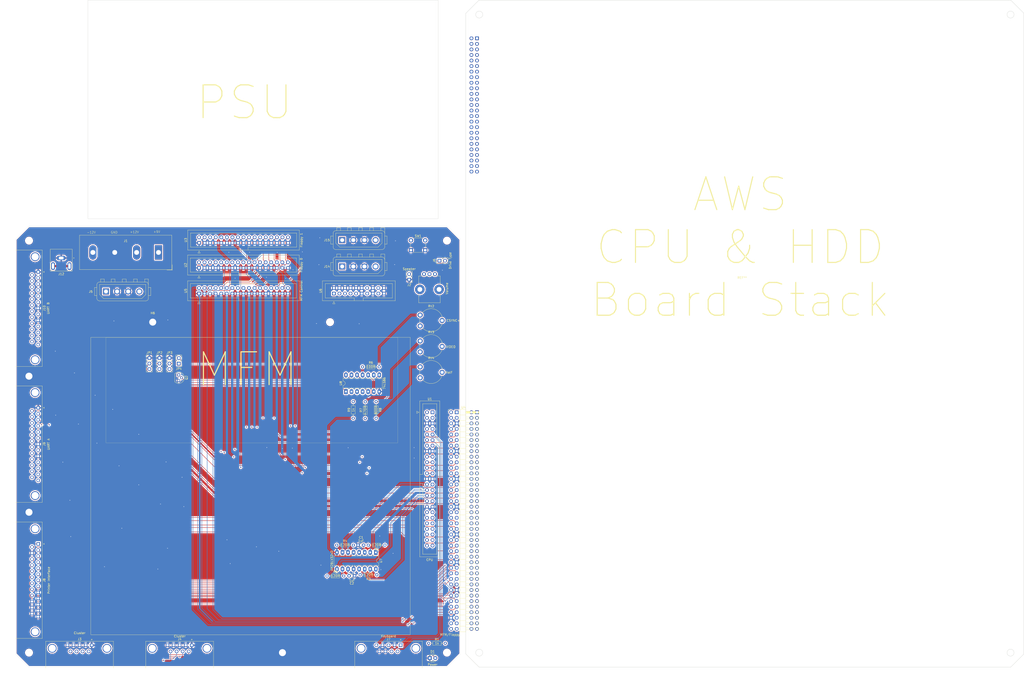
<source format=kicad_pcb>
(kicad_pcb (version 20241229) (generator "pcbnew") (generator_version "9.0")
  (layers (0 "F.Cu" signal) (4 "In1.Cu" signal) (6 "In2.Cu" signal) (2 "B.Cu" signal) (13 "F.Paste" user) (15 "B.Paste" user) (5 "F.SilkS" user "F.Silkscreen") (7 "B.SilkS" user "B.Silkscreen") (1 "F.Mask" user) (3 "B.Mask" user) (25 "Edge.Cuts" user))
  (net 0 "")
  (net 1 "+12V")
  (net 2 "-12V")
  (net 3 "GND")
  (net 4 "+5V")
  (net 6 "Net-(D1-A)")
  (net 9 "Net-(J2-Pin_2)")
  (net 10 "RXCA+")
  (net 12 "ONBDINIT+")
  (net 15 "RXDA-")
  (net 16 "AUIDO+")
  (net 20 "~{RESET_SW}")
  (net 26 "INTR+")
  (net 29 "STEP-")
  (net 30 "HL0+")
  (net 32 "2SIDED-")
  (net 33 "WRDATA-")
  (net 34 "RDDATA-")
  (net 35 "SIDED-")
  (net 36 "WRGATE-")
  (net 38 "WRPORT-")
  (net 39 "READY-")
  (net 41 "TRACK0-")
  (net 42 "DS0-")
  (net 43 "HDSEL0-")
  (net 44 "DIRECT-")
  (net 46 "HL1+")
  (net 50 "DS1-")
  (net 51 "HDSEL2-")
  (net 55 "RTSA+")
  (net 57 "SRDA-")
  (net 58 "LPT3")
  (net 59 "DSRA+")
  (net 61 "LPT6")
  (net 62 "LPT2")
  (net 64 "NO_PAPER")
  (net 65 "CTSA+")
  (net 66 "LPT_BUSY")
  (net 67 "RINGA+")
  (net 71 "INDEX-")
  (net 73 "DCDA+")
  (net 75 "LPT_STROBE")
  (net 76 "LPT7")
  (net 77 "WMF-")
  (net 78 "LPT_SELECT")
  (net 79 "HDSEL1-")
  (net 80 "MFM+")
  (net 81 "WMF+")
  (net 83 "REDWC-")
  (net 84 "DTRA+")
  (net 85 "STDA-")
  (net 88 "MFM-")
  (net 89 "LPT1")
  (net 91 "CTSB+")
  (net 92 "RINGB+")
  (net 94 "LPT_ACK")
  (net 96 "LPT5")
  (net 97 "SKCOMPL-")
  (net 100 "DRTYPE0-")
  (net 101 "DRTYPE1-")
  (net 107 "VIDEO_2-")
  (net 108 "KBDO-")
  (net 109 "HORDR+")
  (net 110 "INIT-")
  (net 111 "KBDI-")
  (net 112 "VIDEO-")
  (net 113 "VIDEO+")
  (net 114 "VIDEO_2+")
  (net 115 "VERDR+")
  (net 116 "HORDR-")
  (net 117 "VERDR-")
  (net 123 "LPT4")
  (net 124 "LPT0")
  (net 130 "DTRB+")
  (net 131 "STDB-")
  (net 132 "TXCB+")
  (net 133 "RTSB+")
  (net 134 "DSRB+")
  (net 135 "RXCB+")
  (net 140 "RXDB-")
  (net 141 "SRDB-")
  (net 143 "TXDB-")
  (net 147 "DCDB+")
  (net 148 "CPU_RXCA+")
  (net 149 "CPU_RXDA-")
  (net 150 "CPU_RXDA+")
  (net 151 "CPU_RXCA-")
  (net 152 "TXCA+")
  (net 153 "/HORDR")
  (net 154 "TXDA-")
  (net 155 "/VERDR")
  (net 156 "Net-(J12-In)")
  (net 157 "Net-(JP1-C)")
  (net 158 "Net-(JP2-C)")
  (net 159 "Net-(JP3-C)")
  (net 160 "Net-(JP4-B)")
  (net 161 "Net-(JP4-A)")
  (net 162 "Net-(Q2-B)")
  (net 163 "/CSYNC+")
  (net 164 "Net-(R6-Pad2)")
  (net 165 "Net-(R7-Pad2)")
  (net 166 "/VIDEO")
  (net 167 "Net-(R8-Pad2)")
  (net 168 "/VIDEO_2")
  (net 172 "Net-(U8-Pad10)")
  (net 173 "Net-(U8-Pad12)")
  (net 174 "Net-(U8-Pad3)")
  (footprint "Connector_PinHeader_2.54mm:PinHeader_1x02_P2.54mm_Vertical" (layer "F.Cu") (at 442.59 276.098 90)
    (property "Reference" "J6")
    (property "Value" "Drive Type")
  )
  (footprint "Resistor_THT:R_Axial_DIN0204_L3.6mm_D1.6mm_P7.62mm_Horizontal" (layer "F.Cu") (at 403.1996 348.1832 90)
    (property "Reference" "R9")
    (property "Value" "1k")
  )
  (footprint "Connector_PinHeader_2.54mm:PinHeader_1x03_P2.54mm_Vertical" (layer "F.Cu") (at 319.2124 320.5988)
    (property "Reference" "JP3")
    (property "Value" "Jumper_3_Open")
  )
  (footprint "AWS:IDC-Header_2x25_P2.54mm_Vertical_Reversed" (layer "F.Cu") (at 436.88 345.44)
    (property "Reference" "U1")
    (property "Value" "CPU")
  )
  (footprint "MountingHole:MountingHole_3.2mm_M3" (layer "F.Cu") (at 255.02 455.36)
    (property "Reference" "H2" (hide yes))
    (property "Value" "MountingHole")
  )
  (footprint "AWS:PinHeader_2x40_P2.54mm_Horizontal_Reversed" (layer "F.Cu") (at 447.929 345.44)
    (property "Reference" "U4")
    (property "Value" "MFM/Floppy")
  )
  (footprint "MountingHole:MountingHole_3.2mm_M3" (layer "F.Cu") (at 446.02 455.36)
    (property "Reference" "H3" (hide yes))
    (property "Value" "MountingHole")
  )
  (footprint "Button_Switch_THT:SW_PUSH_6mm" (layer "F.Cu") (at 429.5648 266.8016)
    (property "Reference" "SW1")
    (property "Value" "Reset")
  )
  (footprint "Connector_Dsub:DSUB-25_Pins_Horizontal_P2.77x2.84mm_EdgePinOffset7.70mm_Housed_MountingHolesOffset9.12mm" (layer "F.Cu") (at 259.23 343.37 -90)
    (property "Reference" "J9")
    (property "Value" "UART A")
  )
  (footprint "Connector_TE-Connectivity:TE_MATE-N-LOK_350211-1_1x04_P5.08mm_Vertical" (layer "F.Cu") (at 398.145 266.7)
    (property "Reference" "J15")
    (property "Value" "HDD Power")
  )
  (footprint "Connector_Dsub:DSUB-25_Pins_Horizontal_P2.77x2.84mm_EdgePinOffset7.70mm_Housed_MountingHolesOffset9.12mm" (layer "F.Cu") (at 259.23 405.65 -90)
    (property "Reference" "J8")
    (property "Value" "Printer Interface")
  )
  (footprint "Potentiometer_THT:Potentiometer_Piher_PT-10-V10_Vertical" (layer "F.Cu") (at 433.785 329.675)
    (property "Reference" "RV4")
    (property "Value" "Half")
  )
  (footprint "Resistor_THT:R_Axial_DIN0204_L3.6mm_D1.6mm_P7.62mm_Horizontal" (layer "F.Cu") (at 413.6644 340.5632 -90)
    (property "Reference" "R8")
    (property "Value" "800R")
  )
  (footprint "Potentiometer_THT:Potentiometer_Piher_PT-10-V10_Vertical" (layer "F.Cu") (at 433.785 305.975)
    (property "Reference" "RV2")
    (property "Value" "CSYNC+")
  )
  (footprint "Potentiometer_THT:Potentiometer_Bourns_PTV09A-1_Single_Vertical" (layer "F.Cu") (at 435.523 282.24 -90)
    (property "Reference" "RV1" (hide yes))
    (property "Value" "Volume")
  )
  (footprint "Resistor_THT:R_Axial_DIN0204_L3.6mm_D1.6mm_P7.62mm_Horizontal" (layer "F.Cu") (at 408.686 348.2848 90)
    (property "Reference" "R7")
    (property "Value" "470R")
  )
  (footprint "MountingHole:MountingHole_3.2mm_M3" (layer "F.Cu") (at 370.84 455.36)
    (property "Reference" "H9" (hide yes))
    (property "Value" "MountingHole")
  )
  (footprint "Connector_TE-Connectivity:TE_MATE-N-LOK_350211-1_1x04_P5.08mm_Vertical" (layer "F.Cu") (at 290.195 290.195)
    (property "Reference" "J5")
    (property "Value" "HDD Power")
  )
  (footprint "MountingHole:MountingHole_3.2mm_M3" (layer "F.Cu") (at 255.02 391.16)
    (property "Reference" "H8" (hide yes))
    (property "Value" "MountingHole")
  )
  (footprint "Connector_PinHeader_2.54mm:PinHeader_1x02_P2.54mm_Vertical" (layer "F.Cu") (at 428.752 284.7898 180)
    (property "Reference" "J2")
    (property "Value" "Speaker")
  )
  (footprint "Connector_Dsub:DSUB-9_Socket_Horizontal_P2.77x2.84mm_EdgePinOffset7.70mm_Housed_MountingHolesOffset9.12mm" (layer "F.Cu") (at 424.84 451.97)
    (property "Reference" "J7")
    (property "Value" "Keyboard")
  )
  (footprint "Package_TO_SOT_THT:TO-92" (layer "F.Cu") (at 323.4436 328.3712 -90)
    (property "Reference" "Q2")
    (property "Value" "Q_NPN_CBE")
  )
  (footprint "Potentiometer_THT:Potentiometer_Piher_PT-10-V10_Vertical" (layer "F.Cu") (at 433.785 317.825)
    (property "Reference" "RV3")
    (property "Value" "VIDEO")
  )
  (footprint "Resistor_THT:R_Axial_DIN0204_L3.6mm_D1.6mm_P7.62mm_Horizontal" (layer "F.Cu") (at 407.416 324.6628)
    (property "Reference" "R6")
    (property "Value" "100R")
  )
  (footprint "Connector_TE-Connectivity:TE_MATE-N-LOK_350211-1_1x04_P5.08mm_Vertical" (layer "F.Cu") (at 398.145 278.765)
    (property "Reference" "J14")
    (property "Value" "HDD Power")
  )
  (footprint "Package_DIP:DIP-14_W7.62mm_LongPads" (layer "F.Cu") (at 399.8468 335.9912 90)
    (property "Reference" "U8")
    (property "Value" "74LS86")
  )
  (footprint "Connector_PinHeader_2.54mm:PinHeader_1x02_P2.54mm_Vertical" (layer "F.Cu") (at 323.4436 323.1896 180)
    (property "Reference" "JP4")
    (property "Value" "Enable Half Bright")
  )
  (footprint "MountingHole:MountingHole_3.2mm_M3" (layer "F.Cu") (at 255 328.93)
    (property "Reference" "H7" (hide yes))
    (property "Value" "MountingHole")
  )
  (footprint "Connector_IDC:IDC-Header_2x17_P2.54mm_Vertical" (layer "F.Cu") (at 332.74 267.97 90)
    (property "Reference" "U3")
    (property "Value" "Floppy 1")
  )
  (footprint "Connector_IDC:IDC-Header_2x17_P2.54mm_Vertical" (layer "F.Cu") (at 332.6892 291.15 90)
    (property "Reference" "U5")
    (property "Value" "MFM Control")
  )
  (footprint "MountingHole:MountingHole_3.2mm_M3" (layer "F.Cu") (at 311.5564 304.2158)
    (property "Reference" "H6")
    (property "Value" "MountingHole")
  )
  (footprint "Connector_PinHeader_2.54mm:PinHeader_1x03_P2.54mm_Vertical" (layer "F.Cu") (at 314.6224 320.5988)
    (property "Reference" "JP2")
    (property "Value" "Jumper_3_Open")
  )
  (footprint "MountingHole:MountingHole_3.2mm_M3" (layer "F.Cu") (at 255.02 266.95)
    (property "Reference" "H1" (hide yes))
    (property "Value" "MountingHole")
  )
  (footprint "Package_DIP:DIP-16_W7.62mm_LongPads" (layer "F.Cu") (at 413.512 409.4988 -90)
    (property "Reference" "U7")
    (property "Value" "AM26LV32xD")
  )
  (footprint "Resistor_THT:R_Axial_DIN0204_L3.6mm_D1.6mm_P7.62mm_Horizontal" (layer "F.Cu") (at 417.6776 406.1968 180)
    (property "Reference" "R2")
    (property "Value" "120R")
  )
  (footprint "Connector_Dsub:DSUB-9_Socket_Horizontal_P2.77x2.84mm_EdgePinOffset7.70mm_Housed_MountingHolesOffset9.12mm" (layer "F.Cu") (at 329.39 451.97)
    (property "Reference" "J4")
    (property "Value" "Cluster")
  )
  (footprint "Connector_Dsub:DSUB-9_Socket_Horizontal_P2.77x2.84mm_EdgePinOffset7.70mm_Housed_MountingHolesOffset9.12mm" (layer "F.Cu") (at 283.67 451.97)
    (property "Reference" "J3")
    (property "Value" "Cluster")
  )
  (footprint "AWS:HDD_Board" (layer "F.Cu") (at 580.89 284.42)
    (property "Reference" "REF**")
    (property "Value" "HDD_Board")
    (fp_line (start -126.23 -121.46) (end -126.23 171.54) (stroke (width 0.12)) (layer "Edge.Cuts"))
    (fp_line (start -126.23 171.54) (end -120.23 177.54) (stroke (width 0.12)) (layer "Edge.Cuts"))
    (fp_line (start -120.23 -127.46) (end -126.23 -121.46) (stroke (width 0.12)) (layer "Edge.Cuts"))
    (fp_line (start -120.23 177.54) (end 122.77 177.54) (stroke (width 0.12)) (layer "Edge.Cuts"))
    (fp_line (start 122.77 -127.46) (end -120.23 -127.46) (stroke (width 0.12)) (layer "Edge.Cuts"))
    (fp_line (start 122.77 177.54) (end 128.77 171.54) (stroke (width 0.12)) (layer "Edge.Cuts"))
    (fp_line (start 128.77 -121.46) (end 122.77 -127.46) (stroke (width 0.12)) (layer "Edge.Cuts"))
    (fp_line (start 128.77 -121.46) (end 128.77 171.54) (stroke (width 0.12)) (layer "Edge.Cuts"))
    (fp_circle (center -120.13 -120.86) (end -118.53 -120.86) (stroke (width 0.12)) (fill no) (layer "Edge.Cuts"))
    (fp_circle (center -120.13 170.94) (end -118.53 170.94) (stroke (width 0.12)) (fill no) (layer "Edge.Cuts"))
    (fp_circle (center 122.67 -120.86) (end 124.27 -120.86) (stroke (width 0.12)) (fill no) (layer "Edge.Cuts"))
    (fp_circle (center 122.67 170.94) (end 124.27 170.94) (stroke (width 0.12)) (fill no) (layer "Edge.Cuts"))
  )
  (footprint "Capacitor_THT:C_Disc_D3.0mm_W1.6mm_P2.50mm" (layer "F.Cu") (at 401.2892 420.2176)
    (property "Reference" "C2")
    (property "Value" "1uf")
  )
  (footprint "Connector_IDC:IDC-Header_2x17_P2.54mm_Vertical" (layer "F.Cu") (at 332.6892 279.4 90)
    (property "Reference" "U2")
    (property "Value" "Floppy 0")
  )
  (footprint "Resistor_THT:R_Axial_DIN0204_L3.6mm_D1.6mm_P7.62mm_Horizontal" (layer "F.Cu") (at 391.2108 420.3192)
    (property "Reference" "R5")
    (property "Value" "120R")
  )
  (footprint "Resistor_THT:R_Axial_DIN0204_L3.6mm_D1.6mm_P7.62mm_Horizontal" (layer "F.Cu") (at 413.9692 419.7604 180)
    (property "Reference" "R3")
    (property "Value" "120R")
  )
  (footprint "Connector_PinHeader_2.54mm:PinHeader_1x03_P2.54mm_Vertical" (layer "F.Cu") (at 310.0324 320.5988)
    (property "Reference" "JP1")
    (property "Value" "Jumper_3_Open")
  )
  (footprint "MountingHole:MountingHole_3.2mm_M3" (layer "F.Cu") (at 446.02 266.95)
    (property "Reference" "H4" (hide yes))
    (property "Value" "MountingHole")
  )
  (footprint "Resistor_THT:R_Axial_DIN0204_L3.6mm_D1.6mm_P7.62mm_Horizontal" (layer "F.Cu") (at 395.6304 406.1968)
    (property "Reference" "R4")
    (property "Value" "120R")
  )
  (footprint "TerminalBlock_Dinkle:TerminalBlock_Dinkle_DT-55-B01X-04_P10.00mm" (layer "F.Cu") (at 314.198 272.3388 180)
    (property "Reference" "J1")
    (property "Value" "Power")
  )
  (footprint "Connector_Dsub:DSUB-25_Pins_Horizontal_P2.77x2.84mm_EdgePinOffset7.70mm_Housed_MountingHolesOffset9.12mm" (layer "F.Cu") (at 259.23 281.25 -90)
    (property "Reference" "J10")
    (property "Value" "UART B")
  )
  (footprint "AWS:SWITCHCRAFT_PJRAN1X1U04X" (layer "F.Cu") (at 269.7388 274.8872 180)
    (property "Reference" "J12")
    (property "Value" "Video")
  )
  (footprint "Resistor_THT:R_Axial_DIN0204_L3.6mm_D1.6mm_P7.62mm_Horizontal" (layer "F.Cu") (at 445.262 451.104 180)
    (property "Reference" "R1")
    (property "Value" "1k")
  )
  (footprint "Connector_IDC:IDC-Header_2x10_P2.54mm_Vertical" (layer "F.Cu") (at 394.335 291.15 90)
    (property "Reference" "U6")
    (property "Value" "MFM Data")
  )
  (footprint "Capacitor_THT:C_Disc_D3.0mm_W1.6mm_P2.50mm" (layer "F.Cu") (at 407.904 406.1968 180)
    (property "Reference" "C1")
    (property "Value" "1uf")
  )
  (footprint "MountingHole:MountingHole_3.2mm_M3" (layer "F.Cu") (at 392.5824 304.2158)
    (property "Reference" "H5" (hide yes))
    (property "Value" "MountingHole")
  )
  (footprint "LED_THT:LED_D3.0mm" (layer "F.Cu") (at 438.15 457.835)
    (property "Reference" "D1")
    (property "Value" "Power")
  )
  (gr_rect (start 290.195 311.15) (end 423.545 359.41) (stroke (width 0.05)) (fill no) (layer "F.SilkS"))
  (gr_rect (start 283.26 311.15) (end 429.26 447.15) (stroke (width 0.1)) (fill no) (layer "F.SilkS"))
  (gr_line (start 248.92 455.96) (end 254.92 461.96) (stroke (width 0.05)) (layer "Edge.Cuts"))
  (gr_line (start 248.92 266.35) (end 248.92 455.96) (stroke (width 0.05)) (layer "Edge.Cuts"))
  (gr_line (start 446.12 260.35) (end 254.92 260.35) (stroke (width 0.05)) (layer "Edge.Cuts"))
  (gr_rect (start 281.96 156.96) (end 441.96 256.96) (stroke (width 0.1)) (fill no) (layer "Edge.Cuts"))
  (gr_line (start 452.12 455.96) (end 446.12 461.96) (stroke (width 0.05)) (layer "Edge.Cuts"))
  (gr_line (start 446.12 461.96) (end 254.92 461.96) (stroke (width 0.05)) (layer "Edge.Cuts"))
  (gr_line (start 452.12 455.96) (end 452.12 266.35) (stroke (width 0.05)) (layer "Edge.Cuts"))
  (gr_line (start 254.92 260.35) (end 248.92 266.35) (stroke (width 0.05)) (layer "Edge.Cuts"))
  (gr_line (start 446.12 260.35) (end 452.12 266.35) (stroke (width 0.05)) (layer "Edge.Cuts"))
  (gr_text "+5V" (at 311.8612 263.4488 0) (layer "F.SilkS") (effects (font (size 1 1) (thickness 0.1)) (justify left bottom)))
  (gr_text "PSU" (at 330.68 212.56 0) (layer "F.SilkS") (effects (font (size 15 15) (thickness 0.5)) (justify left bottom)))
  (gr_text "-12V" (at 281.432 263.7536 0) (layer "F.SilkS") (effects (font (size 1 1) (thickness 0.1)) (justify left bottom)))
  (gr_text "AWS\nCPU & HDD\nBoard Stack" (at 580.0344 302.9204 0) (layer "F.SilkS") (effects (font (size 15 15) (thickness 0.5)) (justify bottom)))
  (gr_text "MFM" (at 330.835 334.645 0) (layer "F.SilkS") (effects (font (size 15 15) (thickness 0.5)) (justify left bottom)))
  (gr_text "+12V" (at 301.1424 263.6012 0) (layer "F.SilkS") (effects (font (size 1 1) (thickness 0.1)) (justify left bottom)))
  (gr_text "GND" (at 292.354 263.7536 0) (layer "F.SilkS") (effects (font (size 1 1) (thickness 0.1)) (justify left bottom)))
  (via (at 270.474362 368.249139) (size 0.6) (drill 0.3) (layers "F.Cu" "B.Cu") (net 3))
  (via (at 358.8512 284.0736) (size 0.6) (drill 0.3) (layers "F.Cu" "B.Cu") (net 3))
  (via (at 274.104649 402.277032) (size 0.6) (drill 0.3) (layers "F.Cu" "B.Cu") (net 3))
  (via (at 355.8032 272.288) (size 0.6) (drill 0.3) (layers "F.Cu" "B.Cu") (net 3))
  (via (at 293.8272 303.6824) (size 0.6) (drill 0.3) (layers "F.Cu" "B.Cu") (net 3))
  (via (at 368.4524 272.3388) (size 0.6) (drill 0.3) (layers "F.Cu" "B.Cu") (net 3))
  (via (at 317.6524 368.1476) (size 0.6) (drill 0.3) (layers "F.Cu" "B.Cu") (net 3))
  (via (at 379.9332 272.0848) (size 0.6) (drill 0.3) (layers "F.Cu" "B.Cu") (net 3))
  (via (at 318.4652 303.2252) (size 0.6) (drill 0.3) (layers "F.Cu" "B.Cu") (net 3))
  (via (at 305.179908 355.518931) (size 0.6) (drill 0.3) (layers "F.Cu" "B.Cu") (net 3))
  (via (at 443.9412 280.4668) (size 0.6) (drill 0.3) (layers "F.Cu" "B.Cu") (net 3))
  (via (at 293.2684 344.1192) (size 0.6) (drill 0.3) (layers "F.Cu" "B.Cu") (net 3))
  (via (at 297.434 398.4752) (size 0.6) (drill 0.3) (layers "F.Cu" "B.Cu") (net 3))
  (via (at 267.208 346.7608) (size 0.6) (drill 0.3) (layers "F.Cu" "B.Cu") (net 3))
  (via (at 363.5248 283.718) (size 0.6) (drill 0.3) (layers "F.Cu" "B.Cu") (net 3))
  (via (at 422.098872 277.903482) (size 0.6) (drill 0.3) (layers "F.Cu" "B.Cu") (net 3))
  (via (at 415.8488 417.3728) (size 0.6) (drill 0.3) (layers "F.Cu" "B.Cu") (net 3))
  (via (at 285.23753 337.657918) (size 0.6) (drill 0.3) (layers "F.Cu" "B.Cu") (net 3))
  (via (at 275.798783 327.44471) (size 0.6) (drill 0.3) (layers "F.Cu" "B.Cu") (net 3))
  (via (at 386.3848 304.8508) (size 0.6) (drill 0.3) (layers "F.Cu" "B.Cu") (net 3))
  (via (at 325.7804 388.5692) (size 0.6) (drill 0.3) (layers "F.Cu" "B.Cu") (net 3))
  (via (at 318.3128 407.6192) (size 0.6) (drill 0.3) (layers "F.Cu" "B.Cu") (net 3))
  (via (at 313.892598 417.137008) (size 0.6) (drill 0.3) (layers "F.Cu" "B.Cu") (net 3))
  (via (at 289.5092 416.052) (size 0.6) (drill 0.3) (layers "F.Cu" "B.Cu") (net 3))
  (via (at 387.9088 265.6332) (size 0.6) (drill 0.3) (layers "F.Cu" "B.Cu") (net 3))
  (via (at 415.29 402.0312) (size 0.6) (drill 0.3) (layers "F.Cu" "B.Cu") (net 3))
  (via (at 315.1124 387.4008) (size 0.6) (drill 0.3) (layers "F.Cu" "B.Cu") (net 3))
  (via (at 430.9872 361.5944) (size 0.6) (drill 0.3) (layers "F.Cu" "B.Cu") (net 3))
  (via (at 369.1636 408.9908) (size 0.6) (drill 0.3) (layers "F.Cu" "B.Cu") (net 3))
  (via (at 375.666 280.2636) (size 0.6) (drill 0.3) (layers "F.Cu" "B.Cu") (net 3))
  (via (at 405.892 304.9524) (size 0.6) (drill 0.3) (layers "F.Cu" "B.Cu") (net 3))
  (via (at 324.9676 375.158) (size 0.6) (drill 0.3) (layers "F.Cu" "B.Cu") (net 3))
  (via (at 372.3132 284.226) (size 0.6) (drill 0.3) (layers "F.Cu" "B.Cu") (net 3))
  (via (at 421.386 409.956) (size 0.6) (drill 0.3) (layers "F.Cu" "B.Cu") (net 3))
  (via (at 422.486102 267.028755) (size 0.6) (drill 0.3) (layers "F.Cu" "B.Cu") (net 3))
  (via (at 277.622 350.8248) (size 0.6) (drill 0.3) (layers "F.Cu" "B.Cu") (net 3))
  (via (at 346.964 414.6296) (size 0.6) (drill 0.3) (layers "F.Cu" "B.Cu") (net 3))
  (via (at 370.7892 362.0008) (size 0.6) (drill 0.3) (layers "F.Cu" "B.Cu") (net 3))
  (via (at 345.4908 403.7584) (size 0.6) (drill 0.3) (layers "F.Cu" "B.Cu") (net 3))
  (via (at 387.5024 277.9268) (size 0.6) (drill 0.3) (layers "F.Cu" "B.Cu") (net 3))
  (via (at 363.6772 361.5436) (size 0.6) (drill 0.3) (layers "F.Cu" "B.Cu") (net 3))
  (via (at 375.3612 361.8484) (size 0.6) (drill 0.3) (layers "F.Cu" "B.Cu") (net 3))
  (via (at 267.0556 317.5) (size 0.6) (drill 0.3) (layers "F.Cu" "B.Cu") (net 3))
  (via (at 358.9528 406.9588) (size 0.6) (drill 0.3) (layers "F.Cu" "B.Cu") (net 3))
  (via (at 346.3544 272.288) (size 0.6) (drill 0.3) (layers "F.Cu" "B.Cu") (net 3))
  (via (at 388.4168 415.3408) (size 0.6) (drill 0.3) (layers "F.Cu" "B.Cu") (net 3))
  (via (at 286.0548 359.5624) (size 0.6) (drill 0.3) (layers "F.Cu" "B.Cu") (net 3))
  (via (at 273.7104 385.6736) (size 0.6) (drill 0.3) (layers "F.Cu" "B.Cu") (net 3))
  (via (at 305.179908 378.607559) (size 0.6) (drill 0.3) (layers "F.Cu" "B.Cu") (net 3))
  (via (at 296.164 369.9256) (size 0.6) (drill 0.3) (layers "F.Cu" "B.Cu") (net 3))
  (via (at 431.038 366.3696) (size 0.6) (drill 0.3) (layers "F.Cu" "B.Cu") (net 3))
  (via (at 400.8628 361.6452) (size 0.6) (drill 0.3) (layers "F.Cu" "B.Cu") (net 3))
  (via (at 349.1992 284.1244) (size 0.6) (drill 0.3) (layers "F.Cu" "B.Cu") (net 3))
  (segment (start 403.352 417.1188) (end 403.352 419.7804) (width 0.2) (layer "B.Cu") (net 3))
  (segment (start 403.352 419.7804) (end 403.7892 420.2176) (width 0.2) (layer "B.Cu") (net 3))
  (segment (start 437.642 451.104) (end 437.642 454.787) (width 0.2) (layer "F.Cu") (net 6))
  (segment (start 437.642 454.787) (end 440.69 457.835) (width 0.2) (layer "F.Cu") (net 6))
  (segment (start 444.365 405.249) (end 435.602 405.249) (width 0.2) (layer "F.Cu") (net 10))
  (segment (start 427.355 397.002) (end 312.293 397.002) (width 0.2) (layer "F.Cu") (net 10))
  (segment (start 450.469 406.4) (end 449.318 407.551) (width 0.2) (layer "F.Cu") (net 10))
  (segment (start 261.3025 353.695) (end 260.6725 353.065) (width 0.2) (layer "F.Cu") (net 10))
  (segment (start 449.318 407.551) (end 446.667 407.551) (width 0.2) (layer "F.Cu") (net 10))
  (segment (start 435.602 405.249) (end 427.355 397.002) (width 0.2) (layer "F.Cu") (net 10))
  (segment (start 268.986 353.695) (end 261.3025 353.695) (width 0.2) (layer "F.Cu") (net 10))
  (segment (start 312.293 397.002) (end 268.986 353.695) (width 0.2) (layer "F.Cu") (net 10))
  (segment (start 446.667 407.551) (end 444.365 405.249) (width 0.2) (layer "F.Cu") (net 10))
  (segment (start 260.6725 353.065) (end 256.39 353.065) (width 0.2) (layer "F.Cu") (net 10))
  (segment (start 449.318 361.831) (end 440.571 361.831) (width 0.2) (layer "F.Cu") (net 12))
  (segment (start 450.469 360.68) (end 449.318 361.831) (width 0.2) (layer "F.Cu") (net 12))
  (segment (start 440.571 361.831) (end 439.42 360.68) (width 0.2) (layer "F.Cu") (net 12))
  (segment (start 269.367 352.806) (end 263.652 352.806) (width 0.2) (layer "F.Cu") (net 15))
  (segment (start 428.117 394.97) (end 311.531 394.97) (width 0.2) (layer "F.Cu") (net 15))
  (segment (start 444.5 402.463) (end 444.492 402.471) (width 0.2) (layer "F.Cu") (net 15))
  (segment (start 450.469 403.86) (end 449.199 405.13) (width 0.2) (layer "F.Cu") (net 15))
  (segment (start 444.492 402.471) (end 435.618 402.471) (width 0.2) (layer "F.Cu") (net 15))
  (segment (start 259.756 348.91) (end 259.23 348.91) (width 0.2) (layer "F.Cu") (net 15))
  (segment (start 449.199 405.13) (end 447.167 405.13) (width 0.2) (layer "F.Cu") (net 15))
  (segment (start 311.531 394.97) (end 269.367 352.806) (width 0.2) (layer "F.Cu") (net 15))
  (segment (start 447.167 405.13) (end 444.5 402.463) (width 0.2) (layer "F.Cu") (net 15))
  (segment (start 263.652 352.806) (end 259.756 348.91) (width 0.2) (layer "F.Cu") (net 15))
  (segment (start 435.618 402.471) (end 428.117 394.97) (width 0.2) (layer "F.Cu") (net 15))
  (segment (start 355.6 265.43) (end 354.449 266.581) (width 0.2) (layer "F.Cu") (net 29))
  (segment (start 354.449 275.7598) (end 355.5492 276.86) (width 0.2) (layer "F.Cu") (net 29))
  (segment (start 361.95 348.0308) (end 361.95 348.615) (width 0.2) (layer "F.Cu") (net 29))
  (segment (start 361.95 348.615) (end 370.086 356.751) (width 0.2) (layer "F.Cu") (net 29))
  (segment (start 354.449 266.581) (end 354.449 275.7598) (width 0.2) (layer "F.Cu") (net 29))
  (segment (start 449.318 356.751) (end 450.469 355.6) (width 0.2) (layer "F.Cu") (net 29))
  (segment (start 370.086 356.751) (end 449.318 356.751) (width 0.2) (layer "F.Cu") (net 29))
  (via (at 361.95 348.0308) (size 0.6) (drill 0.3) (layers "F.Cu" "B.Cu") (net 29))
  (segment (start 355.5492 277.0632) (end 355.5492 276.86) (width 0.2) (layer "B.Cu") (net 29))
  (segment (start 361.95 289.9308) (end 360.6292 288.61) (width 0.2) (layer "B.Cu") (net 29))
  (segment (start 354.33 282.3108) (end 354.33 278.2824) (width 0.2) (layer "B.Cu") (net 29))
  (segment (start 360.6292 288.61) (end 354.33 282.3108) (width 0.2) (layer "B.Cu") (net 29))
  (segment (start 361.95 348.0308) (end 361.95 289.9308) (width 0.2) (layer "B.Cu") (net 29))
  (segment (start 354.33 278.2824) (end 355.5492 277.0632) (width 0.2) (layer "B.Cu") (net 29))
  (via (at 351.79 370.713) (size 0.6) (drill 0.3) (layers "F.Cu" "B.Cu") (net 30))
  (segment (start 351.79 370.713) (end 351.79 278.1808) (width 0.2) (layer "B.Cu") (net 30))
  (segment (start 351.79 278.1808) (end 350.4692 276.86) (width 0.2) (layer "B.Cu") (net 30))
  (segment (start 369.689 266.581) (end 369.689 275.7598) (width 0.2) (layer "F.Cu") (net 32))
  (segment (start 369.689 275.7598) (end 370.7892 276.86) (width 0.2) (layer "F.Cu") (net 32))
  (segment (start 370.84 265.43) (end 369.689 266.581) (width 0.2) (layer "F.Cu") (net 32))
  (via (at 376.682 351.663) (size 0.6) (drill 0.3) (layers "F.Cu" "B.Cu") (net 32))
  (segment (start 371.9402 281.7702) (end 371.9402 278.011) (width 0.2) (layer "B.Cu") (net 32))
  (segment (start 376.682 286.512) (end 371.9402 281.7702) (width 0.2) (layer "B.Cu") (net 32))
  (segment (start 376.682 351.663) (end 376.682 286.512) (width 0.2) (layer "B.Cu") (net 32))
  (segment (start 371.9402 278.011) (end 370.7892 276.86) (width 0.2) (layer "B.Cu") (net 32))
  (segment (start 449.199 372.11) (end 450.469 370.84) (width 0.2) (layer "F.Cu") (net 33))
  (segment (start 381.254 370.713) (end 382.651 372.11) (width 0.2) (layer "F.Cu") (net 33))
  (segment (start 382.651 372.11) (end 449.199 372.11) (width 0.2) (layer "F.Cu") (net 33))
  (segment (start 356.989 266.581) (end 356.989 275.7598) (width 0.2) (layer "F.Cu") (net 33))
  (segment (start 356.989 275.7598) (end 358.0892 276.86) (width 0.2) (layer "F.Cu") (net 33))
  (segment (start 358.14 265.43) (end 356.989 266.581) (width 0.2) (layer "F.Cu") (net 33))
  (via (at 381.254 370.713) (size 0.6) (drill 0.3) (layers "F.Cu" "B.Cu") (net 33))
  (segment (start 378.46 279.146) (end 378.46 355.981) (width 0.2) (layer "B.Cu") (net 33))
  (segment (start 361.3912 273.558) (end 372.872 273.558) (width 0.2) (layer "B.Cu") (net 33))
  (segment (start 378.46 355.981) (end 378.46 356.108) (width 0.2) (layer "B.Cu") (net 33))
  (segment (start 358.0892 276.86) (end 361.3912 273.558) (width 0.2) (layer "B.Cu") (net 33))
  (segment (start 381.254 370.713) (end 378.46 367.919) (width 0.2) (layer "B.Cu") (net 33))
  (segment (start 372.872 273.558) (end 378.46 279.146) (width 0.2) (layer "B.Cu") (net 33))
  (segment (start 378.46 367.919) (end 378.46 355.981) (width 0.2) (layer "B.Cu") (net 33))
  (segment (start 367.03 266.7) (end 367.03 275.6408) (width 0.2) (layer "F.Cu") (net 34))
  (segment (start 368.3 265.43) (end 367.03 266.7) (width 0.2) (layer "F.Cu") (net 34))
  (segment (start 367.03 275.6408) (end 368.2492 276.86) (width 0.2) (layer "F.Cu") (net 34))
  (via (at 379.857 373.126) (size 0.6) (drill 0.3) (layers "F.Cu" "B.Cu") (net 34))
  (segment (start 369.57 280.89005) (end 369.57 278.1808) (width 0.2) (layer "B.Cu") (net 34))
  (segment (start 371.983 287.655) (end 370.967 286.639) (width 0.2) (layer "B.Cu") (net 34))
  (segment (start 379.857 373.126) (end 371.983 365.252) (width 0.2) (layer "B.Cu") (net 34))
  (segment (start 371.983 365.252) (end 371.983 287.655) (width 0.2) (layer "B.Cu") (net 34))
  (segment (start 370.967 282.28705) (end 369.57 280.89005) (width 0.2) (layer "B.Cu") (net 34))
  (segment (start 369.57 278.1808) (end 368.2492 276.86) (width 0.2) (layer "B.Cu") (net 34))
  (segment (start 370.967 286.639) (end 370.967 282.28705) (width 0.2) (layer "B.Cu") (net 34))
  (segment (start 334.129 266.581) (end 334.129 275.7598) (width 0.2) (layer "F.Cu") (net 35))
  (segment (start 335.28 265.43) (end 334.129 266.581) (width 0.2) (layer "F.Cu") (net 35))
  (segment (start 334.129 275.7598) (end 335.2292 276.86) (width 0.2) (layer "F.Cu") (net 35))
  (via (at 342.773 363.347) (size 0.6) (drill 0.3) (layers "F.Cu" "B.Cu") (net 35))
  (segment (start 432.689 434.34) (end 447.929 434.34) (width 0.2) (layer "F.Cu") (net 36))
  (segment (start 359.41 275.6408) (end 360.6292 276.86) (width 0.2) (layer "F.Cu") (net 36))
  (segment (start 359.4782 279.63876) (end 359.4782 278.011) (width 0.2) (layer "F.Cu") (net 36))
  (segment (start 359.4782 278.011) (end 360.6292 276.86) (width 0.2) (layer "F.Cu") (net 36))
  (segment (start 425.831 441.198) (end 432.689 434.34) (width 0.2) (layer "F.Cu") (net 36))
  (segment (start 359.41 266.7) (end 359.41 275.6408) (width 0.2) (layer "F.Cu") (net 36))
  (segment (start 360.68 265.43) (end 359.41 266.7) (width 0.2) (layer "F.Cu") (net 36))
  (segment (start 337.7692 288.61) (end 343.8042 282.575) (width 0.2) (layer "F.Cu") (net 36))
  (segment (start 343.8042 282.575) (end 356.54196 282.575) (width 0.2) (layer "F.Cu") (net 36))
  (segment (start 356.54196 282.575) (end 359.4782 279.63876) (width 0.2) (layer "F.Cu") (net 36))
  (via (at 425.831 441.198) (size 0.6) (drill 0.3) (layers "F.Cu" "B.Cu") (net 36))
  (segment (start 334.01 434.975) (end 334.01 290.195) (width 0.2) (layer "B.Cu") (net 36))
  (segment (start 337.119 288.61) (end 337.7692 288.61) (width 0.2) (layer "B.Cu") (net 36))
  (segment (start 334.391 289.814) (end 335.915 289.814) (width 0.2) (layer "B.Cu") (net 36))
  (segment (start 335.915 289.814) (end 337.119 288.61) (width 0.2) (layer "B.Cu") (net 36))
  (segment (start 425.831 441.198) (end 340.233 441.198) (width 0.2) (layer "B.Cu") (net 36))
  (segment (start 334.01 290.195) (end 334.391 289.814) (width 0.2) (layer "B.Cu") (net 36))
  (segment (start 340.233 441.198) (end 334.01 434.975) (width 0.2) (layer "B.Cu") (net 36))
  (segment (start 364.609 275.7598) (end 365.7092 276.86) (width 0.2) (layer "F.Cu") (net 38))
  (segment (start 345.3892 288.61) (end 347.3602 286.639) (width 0.2) (layer "F.Cu") (net 38))
  (segment (start 364.5582 278.011) (end 365.7092 276.86) (width 0.2) (layer "F.Cu") (net 38))
  (segment (start 357.79596 286.639) (end 364.5582 279.87676) (width 0.2) (layer "F.Cu") (net 38))
  (segment (start 364.5582 279.87676) (end 364.5582 278.011) (width 0.2) (layer "F.Cu") (net 38))
  (segment (start 365.76 265.43) (end 364.609 266.581) (width 0.2) (layer "F.Cu") (net 38))
  (segment (start 364.609 266.581) (end 364.609 275.7598) (width 0.2) (layer "F.Cu") (net 38))
  (segment (start 347.3602 286.639) (end 357.79596 286.639) (width 0.2) (layer "F.Cu") (net 38))
  (via (at 372.11 367.03) (size 0.6) (drill 0.3) (layers "F.Cu" "B.Cu") (net 38))
  (segment (start 369.443 282.702) (end 366.903 280.162) (width 0.2) (layer "B.Cu") (net 38))
  (segment (start 366.903 278.0538) (end 365.7092 276.86) (width 0.2) (layer "B.Cu") (net 38))
  (segment (start 369.443 364.363) (end 369.443 282.702) (width 0.2) (layer "B.Cu") (net 38))
  (segment (start 366.903 280.162) (end 366.903 278.0538) (width 0.2) (layer "B.Cu") (net 38))
  (segment (start 372.11 367.03) (end 369.443 364.363) (width 0.2) (layer "B.Cu") (net 38))
  (segment (start 359.2402 287.459) (end 361.892 287.459) (width 0.2) (layer "F.Cu") (net 39))
  (segment (start 372.229 266.581) (end 372.229 275.7598) (width 0.2) (layer "F.Cu") (net 39))
  (segment (start 372.229 275.7598) (end 373.3292 276.86) (width 0.2) (layer "F.Cu") (net 39))
  (segment (start 369.6382 279.7128) (end 369.6382 278.92324) (width 0.2) (layer "F.Cu") (net 39))
  (segment (start 373.38 265.43) (end 372.229 266.581) (width 0.2) (layer "F.Cu") (net 39))
  (segment (start 370.55044 278.011) (end 372.1782 278.011) (width 0.2) (layer "F.Cu") (net 39))
  (segment (start 372.1782 278.011) (end 373.3292 276.86) (width 0.2) (layer "F.Cu") (net 39))
  (segment (start 358.0892 288.61) (end 359.2402 287.459) (width 0.2) (layer "F.Cu") (net 39))
  (segment (start 361.892 287.459) (end 369.6382 279.7128) (width 0.2) (layer "F.Cu") (net 39))
  (segment (start 369.6382 278.92324) (end 370.55044 278.011) (width 0.2) (layer "F.Cu") (net 39))
  (via (at 359.2402 352.298) (size 0.6) (drill 0.3) (layers "F.Cu" "B.Cu") (net 39))
  (segment (start 359.2402 289.761) (end 358.0892 288.61) (width 0.2) (layer "B.Cu") (net 39))
  (segment (start 359.2402 352.298) (end 359.2402 289.761) (width 0.2) (layer "B.Cu") (net 39))
  (segment (start 431.82 433.939) (end 425.831 439.928) (width 0.2) (layer "F.Cu") (net 41))
  (segment (start 447.929 431.8) (end 445.79 433.939) (width 0.2) (layer "F.Cu") (net 41))
  (segment (start 355.854 285.877) (end 362.0182 279.7128) (width 0.2) (layer "F.Cu") (net 41))
  (segment (start 342.8492 288.61) (end 345.5822 285.877) (width 0.2) (layer "F.Cu") (net 41))
  (segment (start 362.0182 278.011) (end 363.1692 276.86) (width 0.2) (layer "F.Cu") (net 41))
  (segment (start 362.069 266.581) (end 362.069 275.7598) (width 0.2) (layer "F.Cu") (net 41))
  (segment (start 362.069 275.7598) (end 363.1692 276.86) (width 0.2) (layer "F.Cu") (net 41))
  (segment (start 362.0182 279.7128) (end 362.0182 278.011) (width 0.2) (layer "F.Cu") (net 41))
  (segment (start 345.5822 285.877) (end 355.854 285.877) (width 0.2) (layer "F.Cu") (net 41))
  (segment (start 425.831 439.928) (end 425.831 439.836) (width 0.2) (layer "F.Cu") (net 41))
  (segment (start 445.79 433.939) (end 431.82 433.939) (width 0.2) (layer "F.Cu") (net 41))
  (segment (start 363.22 265.43) (end 362.069 266.581) (width 0.2) (layer "F.Cu") (net 41))
  (via (at 425.831 439.836) (size 0.6) (drill 0.3) (layers "F.Cu" "B.Cu") (net 41))
  (segment (start 343.15725 439.836) (end 339.09 435.76875) (width 0.2) (layer "B.Cu") (net 41))
  (segment (start 339.09 435.76875) (end 339.09 290.576) (width 0.2) (layer "B.Cu") (net 41))
  (segment (start 425.831 439.836) (end 343.15725 439.836) (width 0.2) (layer "B.Cu") (net 41))
  (segment (start 341.757 289.814) (end 341.757 289.7022) (width 0.2) (layer "B.Cu") (net 41))
  (segment (start 339.09 290.576) (end 339.852 289.814) (width 0.2) (layer "B.Cu") (net 41))
  (segment (start 339.852 289.814) (end 341.757 289.814) (width 0.2) (layer "B.Cu") (net 41))
  (segment (start 341.757 289.7022) (end 342.8492 288.61) (width 0.2) (layer "B.Cu") (net 41))
  (segment (start 349.242 369.689) (end 449.08 369.689) (width 0.2) (layer "F.Cu") (net 42))
  (segment (start 344.2382 364.6852) (end 349.242 369.689) (width 0.2) (layer "F.Cu") (net 42))
  (segment (start 344.2382 363.855) (end 344.2382 364.6852) (width 0.2) (layer "F.Cu") (net 42))
  (segment (start 449.08 369.689) (end 450.469 368.3) (width 0.2) (layer "F.Cu") (net 42))
  (via (at 344.2382 363.855) (size 0.6) (drill 0.3) (layers "F.Cu" "B.Cu") (net 42))
  (segment (start 344.2382 363.855) (end 344.2382 278.249) (width 0.2) (layer "B.Cu") (net 42))
  (segment (start 344.2382 278.249) (end 342.8492 276.86) (width 0.2) (layer "B.Cu") (net 42))
  (segment (start 339.0392 278.13) (end 340.3092 276.86) (width 0.2) (layer "F.Cu") (net 43))
  (segment (start 328.8792 280.162) (end 328.8792 278.2316) (width 0.2) (layer "F.Cu") (net 43))
  (segment (start 339.209 266.581) (end 339.209 275.7598) (width 0.2) (layer "F.Cu") (net 43))
  (segment (start 347.9292 288.61) (end 346.7782 289.761) (width 0.2) (layer "F.Cu") (net 43))
  (segment (start 349.0802 362.4152) (end 351.189 364.524) (width 0.2) (layer "F.Cu") (net 43))
  (segment (start 449.233 364.524) (end 450.469 365.76) (width 0.2) (layer "F.Cu") (net 43))
  (segment (start 336.3802 289.1362) (end 336.3802 287.663) (width 0.2) (layer "F.Cu") (net 43))
  (segment (start 351.189 364.524) (end 449.233 364.524) (width 0.2) (layer "F.Cu") (net 43))
  (segment (start 346.7782 289.761) (end 337.005 289.761) (width 0.2) (layer "F.Cu") (net 43))
  (segment (start 328.8792 278.2316) (end 328.9808 278.13) (width 0.2) (layer "F.Cu") (net 43))
  (segment (start 336.3802 287.663) (end 328.8792 280.162) (width 0.2) (layer "F.Cu") (net 43))
  (segment (start 340.36 265.43) (end 339.209 266.581) (width 0.2) (layer "F.Cu") (net 43))
  (segment (start 328.9808 278.13) (end 339.0392 278.13) (width 0.2) (layer "F.Cu") (net 43))
  (segment (start 337.005 289.761) (end 336.3802 289.1362) (width 0.2) (layer "F.Cu") (net 43))
  (segment (start 339.209 275.7598) (end 340.3092 276.86) (width 0.2) (layer "F.Cu") (net 43))
  (via (at 349.0802 362.4152) (size 0.6) (drill 0.3) (layers "F.Cu" "B.Cu") (net 43))
  (segment (start 349.0802 289.761) (end 347.9292 288.61) (width 0.2) (layer "B.Cu") (net 43))
  (segment (start 349.0802 362.4152) (end 349.0802 289.761) (width 0.2) (layer "B.Cu") (net 43))
  (segment (start 374.523 351.6376) (end 374.523 351.917) (width 0.2) (layer "F.Cu") (net 44))
  (segment (start 376.936 354.33) (end 449.199 354.33) (width 0.2) (layer "F.Cu") (net 44))
  (segment (start 374.523 351.917) (end 376.936 354.33) (width 0.2) (layer "F.Cu") (net 44))
  (segment (start 351.909 266.581) (end 351.909 275.7598) (width 0.2) (layer "F.Cu") (net 44))
  (segment (start 449.199 354.33) (end 450.469 353.06) (width 0.2) (layer "F.Cu") (net 44))
  (segment (start 351.909 275.7598) (end 353.0092 276.86) (width 0.2) (layer "F.Cu") (net 44))
  (segment (start 353.06 265.43) (end 351.909 266.581) (width 0.2) (layer "F.Cu") (net 44))
  (via (at 374.523 351.6376) (size 0.6) (drill 0.3) (layers "F.Cu" "B.Cu") (net 44))
  (segment (start 374.523 351.6376) (end 374.523 289.8038) (width 0.2) (layer "B.Cu") (net 44))
  (segment (start 374.523 289.8038) (end 373.3292 288.61) (width 0.2) (layer "B.Cu") (net 44))
  (via (at 348.5515 365.8235) (size 0.6) (drill 0.3) (layers "F.Cu" "B.Cu") (net 46))
  (segment (start 346.71 276.31504) (end 341.749 271.35404) (width 0.2) (layer "B.Cu") (net 46))
  (segment (start 341.749 264.95324) (end 342.42324 264.279) (width 0.2) (layer "B.Cu") (net 46))
  (segment (start 346.71 363.982) (end 346.71 276.31504) (width 0.2) (layer "B.Cu") (net 46))
  (segment (start 349.369 264.279) (end 350.52 265.43) (width 0.2) (layer "B.Cu") (net 46))
  (segment (start 342.42324 264.279) (end 349.369 264.279) (width 0.2) (layer "B.Cu") (net 46))
  (segment (start 341.749 271.35404) (end 341.749 264.95324) (width 0.2) (layer "B.Cu") (net 46))
  (segment (start 348.5515 365.8235) (end 346.71 363.982) (width 0.2) (layer "B.Cu") (net 46))
  (via (at 367.03 348.107) (size 0.6) (drill 0.3) (layers "F.Cu" "B.Cu") (net 50))
  (segment (start 349.369 269.05204) (end 349.46698 269.15002) (width 0.2) (layer "B.Cu") (net 50))
  (segment (start 349.46698 269.15002) (end 349.43796 269.121) (width 0.2) (layer "B.Cu") (net 50))
  (segment (start 344.17 266.7) (end 348.33776 266.7) (width 0.2) (layer "B.Cu") (net 50))
  (segment (start 349.369 267.73124) (end 349.369 269.05204) (width 0.2) (layer "B.Cu") (net 50))
  (segment (start 367.03 289.9308) (end 365.7092 288.61) (width 0.2) (layer "B.Cu") (net 50))
  (segment (start 349.46698 269.15002) (end 356.7002 276.38324) (width 0.2) (layer "B.Cu") (net 50))
  (segment (start 365.67144 288.61) (end 365.7092 288.61) (width 0.2) (layer "B.Cu") (net 50))
  (segment (start 342.9 265.43) (end 344.17 266.7) (width 0.2) (layer "B.Cu") (net 50))
  (segment (start 356.7002 279.63876) (end 365.67144 288.61) (width 0.2) (layer "B.Cu") (net 50))
  (segment (start 356.7002 276.38324) (end 356.7002 279.63876) (width 0.2) (layer "B.Cu") (net 50))
  (segment (start 348.33776 266.7) (end 349.369 267.73124) (width 0.2) (layer "B.Cu") (net 50))
  (segment (start 367.03 348.107) (end 367.03 289.9308) (width 0.2) (layer "B.Cu") (net 50))
  (segment (start 449.318 438.031) (end 450.469 436.88) (width 0.2) (layer "F.Cu") (net 51))
  (segment (start 430.911 441.833) (end 434.713 438.031) (width 0.2) (layer "F.Cu") (net 51))
  (segment (start 434.713 438.031) (end 449.318 438.031) (width 0.2) (layer "F.Cu") (net 51))
  (via (at 430.911 441.833) (size 0.6) (drill 0.3) (layers "F.Cu" "B.Cu") (net 51))
  (segment (start 332.105 293.37) (end 332.105 435.457947) (width 0.2) (layer "B.Cu") (net 51))
  (segment (start 331.216 292.481) (end 332.105 293.37) (width 0.2) (layer "B.Cu") (net 51))
  (segment (start 331.216 289.941) (end 331.216 292.481) (width 0.2) (layer "B.Cu") (net 51))
  (segment (start 335.2292 288.61) (end 334.579 288.61) (width 0.2) (layer "B.Cu") (net 51))
  (segment (start 333.375 289.814) (end 331.343 289.814) (width 0.2) (layer "B.Cu") (net 51))
  (segment (start 338.480053 441.833) (end 430.911 441.833) (width 0.2) (layer "B.Cu") (net 51))
  (segment (start 332.105 435.457947) (end 338.480053 441.833) (width 0.2) (layer "B.Cu") (net 51))
  (segment (start 331.343 289.814) (end 331.216 289.941) (width 0.2) (layer "B.Cu") (net 51))
  (segment (start 334.579 288.61) (end 333.375 289.814) (width 0.2) (layer "B.Cu") (net 51))
  (segment (start 439.547 424.942) (end 447.929 416.56) (width 0.2) (layer "F.Cu") (net 58))
  (segment (start 270.212 424.942) (end 439.547 424.942) (width 0.2) (layer "F.Cu") (net 58))
  (segment (start 259.23 413.96) (end 270.212 424.942) (width 0.2) (layer "F.Cu") (net 58))
  (segment (start 437.261 408.813) (end 426.593 398.145) (width 0.2) (layer "F.Cu") (net 59))
  (segment (start 444.754 408.813) (end 437.261 408.813) (width 0.2) (layer "F.Cu") (net 59))
  (segment (start 449.318 410.091) (end 446.032 410.091) (width 0.2) (layer "F.Cu") (net 59))
  (segment (start 264.606 354.584) (end 261.97 357.22) (width 0.2) (layer "F.Cu") (net 59))
  (segment (start 261.97 357.22) (end 259.23 357.22) (width 0.2) (layer "F.Cu") (net 59))
  (segment (start 268.350998 354.584) (end 264.606 354.584) (width 0.2) (layer "F.Cu") (net 59))
  (segment (start 311.911998 398.145) (end 268.350998 354.584) (width 0.2) (layer "F.Cu") (net 59))
  (segment (start 450.469 408.94) (end 449.318 410.091) (width 0.2) (layer "F.Cu") (net 59))
  (segment (start 446.032 410.091) (end 444.754 408.813) (width 0.2) (layer "F.Cu") (net 59))
  (segment (start 426.593 398.145) (end 311.911998 398.145) (width 0.2) (layer "F.Cu") (net 59))
  (segment (start 264.315 427.355) (end 259.23 422.27) (width 0.2) (layer "F.Cu") (net 61))
  (segment (start 441.198 427.355) (end 264.315 427.355) (width 0.2) (layer "F.Cu") (net 61))
  (segment (start 445.135 423.418) (end 441.198 427.355) (width 0.2) (layer "F.Cu") (net 61))
  (via (at 445.135 423.418) (size 0.6) (drill 0.3) (layers "F.Cu" "B.Cu") (net 61))
  (segment (start 445.135 423.418) (end 447.286 425.569) (width 0.2) (layer "B.Cu") (net 61))
  (segment (start 447.286 425.569) (end 448.40576 425.569) (width 0.2) (layer "B.Cu") (net 61))
  (segment (start 448.40576 425.569) (end 449.318 424.65676) (width 0.2) (layer "B.Cu") (net 61))
  (segment (start 449.318 422.791) (end 450.469 421.64) (width 0.2) (layer "B.Cu") (net 61))
  (segment (start 449.318 424.65676) (end 449.318 422.791) (width 0.2) (layer "B.Cu") (net 61))
  (segment (start 447.45224 415.409) (end 449.318 415.409) (width 0.2) (layer "F.Cu") (net 62))
  (segment (start 272.093 424.053) (end 438.80824 424.053) (width 0.2) (layer "F.Cu") (net 62))
  (segment (start 438.80824 424.053) (end 447.45224 415.409) (width 0.2) (layer "F.Cu") (net 62))
  (segment (start 259.23 411.19) (end 272.093 424.053) (width 0.2) (layer "F.Cu") (net 62))
  (segment (start 449.318 415.409) (end 450.469 416.56) (width 0.2) (layer "F.Cu") (net 62))
  (segment (start 258.517 429.078) (end 447.747 429.078) (width 0.2) (layer "F.Cu") (net 64))
  (segment (start 447.747 429.078) (end 447.929 429.26) (width 0.2) (layer "F.Cu") (net 64))
  (segment (start 256.39 426.951) (end 258.517 429.078) (width 0.2) (layer "F.Cu") (net 64))
  (segment (start 256.39 426.425) (end 256.39 426.951) (width 0.2) (layer "F.Cu") (net 64))
  (segment (start 255.289 429.65105) (end 256.16795 430.53) (width 0.2) (layer "F.Cu") (net 66))
  (segment (start 261.493 431.927) (end 263.525 429.895) (width 0.2) (layer "F.Cu") (net 66))
  (segment (start 445.282235 431.779765) (end 445.262 431.8) (width 0.2) (layer "F.Cu") (net 66))
  (segment (start 257.302 430.53) (end 258.699 431.927) (width 0.2) (layer "F.Cu") (net 66))
  (segment (start 263.525 429.895) (end 443.39747 429.895) (width 0.2) (layer "F.Cu") (net 66))
  (segment (start 256.39 415.345) (end 255.289 416.446) (width 0.2) (layer "F.Cu") (net 66))
  (segment (start 443.39747 429.895) (end 445.282235 431.779765) (width 0.2) (layer "F.Cu") (net 66))
  (segment (start 255.289 416.446) (end 255.289 429.65105) (width 0.2) (layer "F.Cu") (net 66))
  (segment (start 256.16795 430.53) (end 257.302 430.53) (width 0.2) (layer "F.Cu") (net 66))
  (segment (start 258.699 431.927) (end 261.493 431.927) (width 0.2) (layer "F.Cu") (net 66))
  (via (at 445.282235 431.779765) (size 0.6) (drill 0.3) (layers "F.Cu" "B.Cu") (net 66))
  (segment (start 445.282235 431.779765) (end 446.651 430.411) (width 0.2) (layer "B.Cu") (net 66))
  (segment (start 446.651 430.411) (end 449.318 430.411) (width 0.2) (layer "B.Cu") (net 66))
  (segment (start 449.318 430.411) (end 450.469 429.26) (width 0.2) (layer "B.Cu") (net 66))
  (segment (start 363.609 359.291) (end 449.318 359.291) (width 0.2) (layer "F.Cu") (net 71))
  (segment (start 449.318 359.291) (end 450.469 358.14) (width 0.2) (layer "F.Cu") (net 71))
  (segment (start 356.87 352.552) (end 363.609 359.291) (width 0.2) (layer "F.Cu") (net 71))
  (segment (start 356.87 352.1964) (end 356.87 352.552) (width 0.2) (layer "F.Cu") (net 71))
  (via (at 356.87 352.1964) (size 0.6) (drill 0.3) (layers "F.Cu" "B.Cu") (net 71))
  (segment (start 356.87 290.84304) (end 355.5492 289.52224) (width 0.2) (layer "B.Cu") (net 71))
  (segment (start 356.87 352.1964) (end 356.87 290.84304) (width 0.2) (layer "B.Cu") (net 71))
  (segment (start 355.5492 289.52224) (end 355.5492 288.61) (width 0.2) (layer "B.Cu") (net 71))
  (segment (start 450.469 411.48) (end 449.08 412.869) (width 0.2) (layer "F.Cu") (net 73))
  (segment (start 312.166 400.177) (end 267.843 355.854) (width 0.2) (layer "F.Cu") (net 73))
  (segment (start 437.634 412.869) (end 424.815 400.05) (width 0.2) (layer "F.Cu") (net 73))
  (segment (start 424.815 400.05) (end 424.688 400.177) (width 0.2) (layer "F.Cu") (net 73))
  (segment (start 267.843 355.854) (end 266.288 355.854) (width 0.2) (layer "F.Cu") (net 73))
  (segment (start 449.08 412.869) (end 437.634 412.869) (width 0.2) (layer "F.Cu") (net 73))
  (segment (start 259.382 362.76) (end 259.23 362.76) (width 0.2) (layer "F.Cu") (net 73))
  (segment (start 424.688 400.177) (end 312.166 400.177) (width 0.2) (layer "F.Cu") (net 73))
  (segment (start 266.288 355.854) (end 259.382 362.76) (width 0.2) (layer "F.Cu") (net 73))
  (segment (start 276.479 422.529) (end 260.985 407.035) (width 0.2) (layer "F.Cu") (net 75))
  (segment (start 260.985 407.035) (end 256.39 407.035) (width 0.2) (layer "F.Cu") (net 75))
  (segment (start 445.008 415.417) (end 437.896 422.529) (width 0.2) (layer "F.Cu") (net 75))
  (segment (start 437.896 422.529) (end 276.479 422.529) (width 0.2) (layer "F.Cu") (net 75))
  (segment (start 445.135 415.417) (end 445.008 415.417) (width 0.2) (layer "F.Cu") (net 75))
  (via (at 445.135 415.417) (size 0.6) (drill 0.3) (layers "F.Cu" "B.Cu") (net 75))
  (segment (start 445.135 415.417) (end 445.135 421.386) (width 0.2) (layer "B.Cu") (net 75))
  (segment (start 445.135 421.386) (end 447.929 424.18) (width 0.2) (layer "B.Cu") (net 75))
  (segment (start 259.23 425.04) (end 262.18 427.99) (width 0.2) (layer "F.Cu") (net 76))
  (segment (start 262.18 427.99) (end 441.579 427.99) (width 0.2) (layer "F.Cu") (net 76))
  (segment (start 441.579 427.99) (end 447.929 421.64) (width 0.2) (layer "F.Cu") (net 76))
  (segment (start 447.45224 430.411) (end 448.40576 430.411) (width 0.2) (layer "F.Cu") (net 78))
  (segment (start 256.39 429.195) (end 256.674 429.479) (width 0.2) (layer "F.Cu") (net 78))
  (segment (start 256.674 429.479) (end 443.83 429.479) (width 0.2) (layer "F.Cu") (net 78))
  (segment (start 443.83 429.479) (end 444.754 430.403) (width 0.2) (layer "F.Cu") (net 78))
  (segment (start 449.072 430.403) (end 450.469 431.8) (width 0.2) (layer "F.Cu") (net 78))
  (segment (start 444.754 430.403) (end 447.44424 430.403) (width 0.2) (layer "F.Cu") (net 78))
  (segment (start 448.41376 430.403) (end 449.072 430.403) (width 0.2) (layer "F.Cu") (net 78))
  (segment (start 447.44424 430.403) (end 447.45224 430.411) (width 0.2) (layer "F.Cu") (net 78))
  (segment (start 448.40576 430.411) (end 448.41376 430.403) (width 0.2) (layer "F.Cu") (net 78))
  (via (at 354.3982 352.2392) (size 0.6) (drill 0.3) (layers "F.Cu" "B.Cu") (net 79))
  (segment (start 354.3982 289.999) (end 353.0092 288.61) (width 0.2) (layer "B.Cu") (net 79))
  (segment (start 354.3982 352.2392) (end 354.3982 289.999) (width 0.2) (layer "B.Cu") (net 79))
  (segment (start 428.244 442.595) (end 433.959 436.88) (width 0.2) (layer "F.Cu") (net 83))
  (segment (start 433.959 436.88) (end 447.929 436.88) (width 0.2) (layer "F.Cu") (net 83))
  (via (at 428.244 442.595) (size 0.6) (drill 0.3) (layers "F.Cu" "B.Cu") (net 83))
  (segment (start 329.946 435.61) (end 329.946 288.798) (width 0.2) (layer "B.Cu") (net 83))
  (segment (start 330.134 288.61) (end 332.6892 288.61) (width 0.2) (layer "B.Cu") (net 83))
  (segment (start 336.931 442.595) (end 329.946 435.61) (width 0.2) (layer "B.Cu") (net 83))
  (segment (start 329.946 288.798) (end 330.134 288.61) (width 0.2) (layer "B.Cu") (net 83))
  (segment (start 428.244 442.595) (end 336.931 442.595) (width 0.2) (layer "B.Cu") (net 83))
  (segment (start 263.729 344.755) (end 312.5216 393.5476) (width 0.2) (layer "F.Cu") (net 85))
  (segment (start 312.5216 393.5476) (end 429.006 393.5476) (width 0.2) (layer "F.Cu") (net 85))
  (segment (start 433.0874 397.629) (end 449.318 397.629) (width 0.2) (layer "F.Cu") (net 85))
  (segment (start 429.006 393.5476) (end 433.0874 397.629) (width 0.2) (layer "F.Cu") (net 85))
  (segment (start 256.39 344.755) (end 263.729 344.755) (width 0.2) (layer "F.Cu") (net 85))
  (segment (start 449.318 397.629) (end 450.469 398.78) (width 0.2) (layer "F.Cu") (net 85))
  (segment (start 259.23 408.42) (end 274.101 423.291) (width 0.2) (layer "F.Cu") (net 89))
  (segment (start 274.101 423.291) (end 438.658 423.291) (width 0.2) (layer "F.Cu") (net 89))
  (segment (start 438.658 423.291) (end 447.929 414.02) (width 0.2) (layer "F.Cu") (net 89))
  (segment (start 345.44 389.509) (end 430.149 389.509) (width 0.2) (layer "F.Cu") (net 92))
  (segment (start 256.39 304.795) (end 260.726 304.795) (width 0.2) (layer "F.Cu") (net 92))
  (segment (start 260.726 304.795) (end 345.44 389.509) (width 0.2) (layer "F.Cu") (net 92))
  (segment (start 449.08 394.851) (end 450.469 396.24) (width 0.2) (layer "F.Cu") (net 92))
  (segment (start 430.149 389.509) (end 435.491 394.851) (width 0.2) (layer "F.Cu") (net 92))
  (segment (start 435.491 394.851) (end 449.08 394.851) (width 0.2) (layer "F.Cu") (net 92))
  (segment (start 260.0889 426.466) (end 258.826 426.466) (width 0.2) (layer "F.Cu") (net 94))
  (segment (start 262.0139 428.391) (end 260.0889 426.466) (width 0.2) (layer "F.Cu") (net 94))
  (segment (start 446.258 428.391) (end 262.0139 428.391) (width 0.2) (layer "F.Cu") (net 94))
  (segment (start 257.81 413.995) (end 256.39 412.575) (width 0.2) (layer "F.Cu") (net 94))
  (segment (start 257.81 425.45) (end 257.81 413.995) (width 0.2) (layer "F.Cu") (net 94))
  (segment (start 258.826 426.466) (end 257.81 425.45) (width 0.2) (layer "F.Cu") (net 94))
  (segment (start 447.929 426.72) (end 446.258 428.391) (width 0.2) (layer "F.Cu") (net 94))
  (segment (start 266.323 426.593) (end 440.702 426.593) (width 0.2) (layer "F.Cu") (net 96))
  (segment (start 447.929 419.366) (end 447.929 419.1) (width 0.2) (layer "F.Cu") (net 96))
  (segment (start 259.23 419.5) (end 266.323 426.593) (width 0.2) (layer "F.Cu") (net 96))
  (segment (start 440.702 426.593) (end 447.929 419.366) (width 0.2) (layer "F.Cu") (net 96))
  (segment (start 433.332 435.729) (end 449.08 435.729) (width 0.2) (layer "F.Cu") (net 97))
  (segment (start 449.08 435.729) (end 450.469 434.34) (width 0.2) (layer "F.Cu") (net 97))
  (segment (start 430.022 439.039) (end 433.332 435.729) (width 0.2) (layer "F.Cu") (net 97))
  (via (at 430.022 439.039) (size 0.6) (drill 0.3) (layers "F.Cu" "B.Cu") (net 97))
  (segment (start 341.63 440.436) (end 336.423 435.229) (width 0.2) (layer "B.Cu") (net 97))
  (segment (start 337.058 289.814) (end 338.455 289.814) (width 0.2) (layer "B.Cu") (net 97))
  (segment (start 430.022 439.039) (end 428.625 440.436) (width 0.2) (layer "B.Cu") (net 97))
  (segment (start 428.625 440.436) (end 341.63 440.436) (width 0.2) (layer "B.Cu") (net 97))
  (segment (start 336.423 290.449) (end 337.058 289.814) (width 0.2) (layer "B.Cu") (net 97))
  (segment (start 339.659 288.61) (end 340.3092 288.61) (width 0.2) (layer "B.Cu") (net 97))
  (segment (start 338.455 289.814) (end 339.659 288.61) (width 0.2) (layer "B.Cu") (net 97))
  (segment (start 336.423 435.229) (end 336.423 290.449) (width 0.2) (layer "B.Cu") (net 97))
  (segment (start 427.5411 276.225) (end 423.6041 272.288) (width 0.2) (layer "F.Cu") (net 100))
  (segment (start 368.2492 288.2138) (end 368.2492 288.61) (width 0.2) (layer "F.Cu") (net 100))
  (segment (start 372.3201 286.512) (end 369.951 286.512) (width 0.2) (layer "F.Cu") (net 100))
  (segment (start 369.951 286.512) (end 368.2492 288.2138) (width 0.2) (layer "F.Cu") (net 100))
  (segment (start 423.6041 272.288) (end 386.5441 272.288) (width 0.2) (layer "F.Cu") (net 100))
  (segment (start 442.463 276.225) (end 427.5411 276.225) (width 0.2) (layer "F.Cu") (net 100))
  (segment (start 442.59 276.098) (end 442.463 276.225) (width 0.2) (layer "F.Cu") (net 100))
  (segment (start 386.5441 272.288) (end 372.3201 286.512) (width 0.2) (layer "F.Cu") (net 100))
  (segment (start 445.13 276.098) (end 443.86 277.368) (width 0.2) (layer "F.Cu") (net 101))
  (segment (start 428.117 277.368) (end 423.545 272.796) (width 0.2) (layer "F.Cu") (net 101))
  (segment (start 386.6032 272.796) (end 370.7892 288.61) (width 0.2) (layer "F.Cu") (net 101))
  (segment (start 423.545 272.796) (end 386.6032 272.796) (width 0.2) (layer "F.Cu") (net 101))
  (segment (start 443.86 277.368) (end 428.117 277.368) (width 0.2) (layer "F.Cu") (net 101))
  (segment (start 399.3388 403.2504) (end 424.6608 377.9284) (width 0.2) (layer "B.Cu") (net 107))
  (segment (start 436.3484 377.9284) (end 436.88 378.46) (width 0.2) (layer "B.Cu") (net 107))
  (segment (start 398.272 409.4988) (end 399.3388 408.432) (width 0.2) (layer "B.Cu") (net 107))
  (segment (start 398.272 408.8384) (end 398.272 409.4988) (width 0.2) (layer "B.Cu") (net 107))
  (segment (start 399.3388 408.432) (end 399.3388 403.2504) (width 0.2) (layer "B.Cu") (net 107))
  (segment (start 395.6304 406.1968) (end 398.272 408.8384) (width 0.2) (layer "B.Cu") (net 107))
  (segment (start 424.6608 377.9284) (end 436.3484 377.9284) (width 0.2) (layer "B.Cu") (net 107))
  (segment (start 419.3 451.97) (end 420.72 453.39) (width 0.2) (layer "B.Cu") (net 108))
  (segment (start 443.484 447.6071) (end 443.484 359.029) (width 0.2) (layer "B.Cu") (net 108))
  (segment (start 420.72 453.39) (end 425.958 453.39) (width 0.2) (layer "B.Cu") (net 108))
  (segment (start 430.383 448.965) (end 442.1261 448.965) (width 0.2) (layer "B.Cu") (net 108))
  (segment (start 425.958 453.39) (end 430.383 448.965) (width 0.2) (layer "B.Cu") (net 108))
  (segment (start 439.674 355.854) (end 439.42 355.6) (width 0.2) (layer "B.Cu") (net 108))
  (segment (start 442.1261 448.965) (end 443.484 447.6071) (width 0.2) (layer "B.Cu") (net 108))
  (segment (start 443.484 359.029) (end 440.309 355.854) (width 0.2) (layer "B.Cu") (net 108))
  (segment (start 440.309 355.854) (end 439.674 355.854) (width 0.2) (layer "B.Cu") (net 108))
  (segment (start 413.6644 413.4612) (end 420.5152 406.6104) (width 0.2) (layer "B.Cu") (net 109))
  (segment (start 436.1514 384.691) (end 438.269 384.691) (width 0.2) (layer "B.Cu") (net 109))
  (segment (start 398.272 417.1188) (end 398.272 419.7604) (width 0.2) (layer "B.Cu") (net 109))
  (segment (start 398.082198 413.4612) (end 413.6644 413.4612) (width 0.2) (layer "B.Cu") (net 109))
  (segment (start 420.5152 406.6104) (end 420.5152 396.209798) (width 0.2) (layer "B.Cu") (net 109))
  (segment (start 438.269 384.691) (end 439.42 383.54) (width 0.2) (layer "B.Cu") (net 109))
  (segment (start 432.909198 383.8158) (end 435.2762 383.8158) (width 0.2) (layer "B.Cu") (net 109))
  (segment (start 397.227 414.316398) (end 398.082198 413.4612) (width 0.2) (layer "B.Cu") (net 109))
  (segment (start 398.272 417.1188) (end 398.272 415.9188) (width 0.2) (layer "B.Cu") (net 109))
  (segment (start 435.2762 383.8158) (end 436.1514 384.691) (width 0.2) (layer "B.Cu") (net 109))
  (segment (start 398.272 415.9188) (end 397.227 414.8738) (width 0.2) (layer "B.Cu") (net 109))
  (segment (start 420.5152 396.209798) (end 432.909198 383.8158) (width 0.2) (layer "B.Cu") (net 109))
  (segment (start 398.272 419.7604) (end 398.8308 420.3192) (width 0.2) (layer "B.Cu") (net 109))
  (segment (start 397.227 414.8738) (end 397.227 414.316398) (width 0.2) (layer "B.Cu") (net 109))
  (segment (start 442.468 446.786) (end 442.468 361.188) (width 0.2) (layer "B.Cu") (net 110))
  (segment (start 442.468 361.188) (end 439.42 358.14) (width 0.2) (layer "B.Cu") (net 110))
  (segment (start 417.801 447.929) (end 441.325 447.929) (width 0.2) (layer "B.Cu") (net 110))
  (segment (start 413.76 451.97) (end 417.801 447.929) (width 0.2) (layer "B.Cu") (net 110))
  (segment (start 441.325 447.929) (end 442.468 446.786) (width 0.2) (layer "B.Cu") (net 110))
  (segment (start 428.246 448.564) (end 424.84 451.97) (width 0.2) (layer "B.Cu") (net 111))
  (segment (start 441.96 448.564) (end 428.246 448.564) (width 0.2) (layer "B.Cu") (net 111))
  (segment (start 438.15 356.87) (end 440.563 356.87) (width 0.2) (layer "B.Cu") (net 111))
  (segment (start 440.563 356.87) (end 442.976 359.283) (width 0.2) (layer "B.Cu") (net 111))
  (segment (start 442.976 447.548) (end 441.96 448.564) (width 0.2) (layer "B.Cu") (net 111))
  (segment (start 436.88 355.6) (end 438.15 356.87) (width 0.2) (layer "B.Cu") (net 111))
  (segment (start 442.976 359.283) (end 442.976 447.548) (width 0.2) (layer "B.Cu") (net 111))
  (segment (start 425.6024 412.635002) (end 425.6024 393.381802) (width 0.2) (layer "B.Cu") (net 112))
  (segment (start 410.789398 421.3424) (end 416.895002 421.3424) (width 0.2) (layer "B.Cu") (net 112))
  (segment (start 416.895002 421.3424) (end 425.6024 412.635002) (width 0.2) (layer "B.Cu") (net 112))
  (segment (start 410.972 418.3188) (end 409.927 419.3638) (width 0.2) (layer "B.Cu") (net 112))
  (segment (start 409.927 419.3638) (end 409.927 420.480002) (width 0.2) (layer "B.Cu") (net 112))
  (segment (start 411.3276 417.1188) (end 413.9692 419.7604) (width 0.2) (layer "B.Cu") (net 112))
  (segment (start 409.927 420.480002) (end 410.789398 421.3424) (width 0.2) (layer "B.Cu") (net 112))
  (segment (start 410.972 417.1188) (end 411.3276 417.1188) (width 0.2) (layer "B.Cu") (net 112))
  (segment (start 432.904202 386.08) (end 436.88 386.08) (width 0.2) (layer "B.Cu") (net 112))
  (segment (start 425.6024 393.381802) (end 432.904202 386.08) (width 0.2) (layer "B.Cu") (net 112))
  (segment (start 410.972 417.1188) (end 410.972 418.3188) (width 0.2) (layer "B.Cu") (net 112))
  (segment (start 408.432 418.3188) (end 408.432 417.1188) (width 0.2) (layer "B.Cu") (net 113))
  (segment (start 408.432 417.6776) (end 406.3492 419.7604) (width 0.2) (layer "B.Cu") (net 113))
  (segment (start 408.432 417.1188) (end 408.432 417.6776) (width 0.2) (layer "B.Cu") (net 113))
  (segment (start 439.42 386.08) (end 438.269 387.231) (width 0.2) (layer "B.Cu") (net 113))
  (segment (start 409.477 419.3638) (end 408.432 418.3188) (width 0.2) (layer "B.Cu") (net 113))
  (segment (start 410.623298 421.7434) (end 409.526 420.646102) (width 0.2) (layer "B.Cu") (net 113))
  (segment (start 426.0524 412.821398) (end 417.081398 421.7924) (width 0.2) (layer "B.Cu") (net 113))
  (segment (start 438.269 387.231) (end 432.389598 387.231) (width 0.2) (layer "B.Cu") (net 113))
  (segment (start 409.526 420.646102) (end 409.526 419.3638) (width 0.2) (layer "B.Cu") (net 113))
  (segment (start 432.389598 387.231) (end 426.0524 393.568198) (width 0.2) (layer "B.Cu") (net 113))
  (segment (start 409.526 419.3638) (end 409.477 419.3638) (width 0.2) (layer "B.Cu") (net 113))
  (segment (start 426.0524 393.568198) (end 426.0524 412.821398) (width 0.2) (layer "B.Cu") (net 113))
  (segment (start 417.081398 421.7924) (end 417.081398 421.723104) (width 0.2) (layer "B.Cu") (net 113))
  (segment (start 417.081398 421.723104) (end 417.061102 421.7434) (width 0.2) (layer "B.Cu") (net 113))
  (segment (start 417.061102 421.7434) (end 410.623298 421.7434) (width 0.2) (layer "B.Cu") (net 113))
  (segment (start 400.812 409.4988) (end 399.796 408.4828) (width 0.2) (layer "B.Cu") (net 114))
  (segment (start 400.812 408.6352) (end 400.812 409.4988) (width 0.2) (layer "B.Cu") (net 114))
  (segment (start 424.896196 378.3294) (end 434.7682 378.3294) (width 0.2) (layer "B.Cu") (net 114))
  (segment (start 399.796 408.4828) (end 399.796 403.429596) (width 0.2) (layer "B.Cu") (net 114))
  (segment (start 438.269 379.611) (end 439.42 378.46) (width 0.2) (layer "B.Cu") (net 114))
  (segment (start 403.2504 406.1968) (end 400.812 408.6352) (width 0.2) (layer "B.Cu") (net 114))
  (segment (start 436.0498 379.611) (end 438.269 379.611) (width 0.2) (layer "B.Cu") (net 114))
  (segment (start 399.796 403.429596) (end 424.896196 378.3294) (width 0.2) (layer "B.Cu") (net 114))
  (segment (start 434.7682 378.3294) (end 436.0498 379.611) (width 0.2) (layer "B.Cu") (net 114))
  (via (at 434.1368 380.625) (size 0.6) (drill 0.3) (layers "F.Cu" "B.Cu") (net 115))
  (segment (start 410.972 409.4988) (end 410.972 408.2988) (width 0.2) (layer "B.Cu") (net 115))
  (segment (start 412.017 399.753602) (end 431.145602 380.625) (width 0.2) (layer "B.Cu") (net 115))
  (segment (start 410.0576 406.1968) (end 410.972 407.1112) (width 0.2) (layer "B.Cu") (net 115))
  (segment (start 412.017 407.2538) (end 412.017 399.753602) (width 0.2) (layer "B.Cu") (net 115))
  (segment (start 431.145602 380.625) (end 434.1368 380.625) (width 0.2) (layer "B.Cu") (net 115))
  (segment (start 410.972 408.2988) (end 412.017 407.2538) (width 0.2) (layer "B.Cu") (net 115))
  (segment (start 410.972 407.1112) (end 410.972 409.4988) (width 0.2) (layer "B.Cu") (net 115))
  (segment (start 413.478006 413.0112) (end 420.0652 406.424006) (width 0.2) (layer "B.Cu") (net 116))
  (segment (start 394.4112 417.1188) (end 391.2108 420.3192) (width 0.2) (layer "B.Cu") (net 116))
  (segment (start 395.732 417.1188) (end 395.732 415.9188) (width 0.2) (layer "B.Cu") (net 116))
  (segment (start 397.895802 413.0112) (end 413.478006 413.0112) (width 0.2) (layer "B.Cu") (net 116))
  (segment (start 395.732 417.1188) (end 394.4112 417.1188) (width 0.2) (layer "B.Cu") (net 116))
  (segment (start 436.7058 383.3658) (end 436.88 383.54) (width 0.2) (layer "B.Cu") (net 116))
  (segment (start 396.777 414.8738) (end 396.777 414.130002) (width 0.2) (layer "B.Cu") (net 116))
  (segment (start 396.777 414.130002) (end 397.895802 413.0112) (width 0.2) (layer "B.Cu") (net 116))
  (segment (start 395.732 415.9188) (end 396.777 414.8738) (width 0.2) (layer "B.Cu") (net 116))
  (segment (start 432.722802 383.3658) (end 436.7058 383.3658) (width 0.2) (layer "B.Cu") (net 116))
  (segment (start 420.0652 406.424006) (end 420.0652 396.023402) (width 0.2) (layer "B.Cu") (net 116))
  (segment (start 420.0652 396.023402) (end 432.722802 383.3658) (width 0.2) (layer "B.Cu") (net 116))
  (segment (start 413.512 409.4988) (end 413.512 408.2988) (width 0.2) (layer "B.Cu") (net 117))
  (segment (start 431.181998 381.225) (end 436.655 381.225) (width 0.2) (layer "B.Cu") (net 117))
  (segment (start 436.655 381.225) (end 436.88 381) (width 0.2) (layer "B.Cu") (net 117))
  (segment (start 412.467 407.2538) (end 412.467 399.939998) (width 0.2) (layer "B.Cu") (net 117))
  (segment (start 412.467 399.939998) (end 431.181998 381.225) (width 0.2) (layer "B.Cu") (net 117))
  (segment (start 417.6776 406.1968) (end 414.3756 409.4988) (width 0.2) (layer "B.Cu") (net 117))
  (segment (start 413.512 408.2988) (end 412.467 407.2538) (width 0.2) (layer "B.Cu") (net 117))
  (segment (start 414.3756 409.4988) (end 413.512 409.4988) (width 0.2) (layer "B.Cu") (net 117))
  (segment (start 450.469 418.592) (end 450.469 419.1) (width 0.2) (layer "F.Cu") (net 123))
  (segment (start 449.707 417.83) (end 450.469 418.592) (width 0.2) (layer "F.Cu") (net 123))
  (segment (start 440.182 425.704) (end 446.48012 419.40588) (width 0.2) (layer "F.Cu") (net 123))
  (segment (start 447.294 417.83) (end 449.707 417.83) (width 0.2) (layer "F.Cu") (net 123))
  (segment (start 268.204 425.704) (end 440.182 425.704) (width 0.2) (layer "F.Cu") (net 123))
  (segment (start 446.48012 418.64388) (end 447.294 417.83) (width 0.2) (layer "F.Cu") (net 123))
  (segment (start 259.23 416.73) (end 268.204 425.704) (width 0.2) (layer "F.Cu") (net 123))
  (segment (start 446.48012 419.40588) (end 446.48012 418.64388) (width 0.2) (layer "F.Cu") (net 123))
  (segment (start 274.49395 442.214) (end 254 442.214) (width 0.2) (layer "F.Cu") (net 124))
  (segment (start 443.353784 433.07) (end 283.63795 433.07) (width 0.2) (layer "F.Cu") (net 124))
  (segment (start 253.492 441.706) (end 253.492 405.65) (width 0.2) (layer "F.Cu") (net 124))
  (segment (start 253.492 405.65) (end 259.23 405.65) (width 0.2) (layer "F.Cu") (net 124))
  (segment (start 254 442.214) (end 253.492 441.706) (width 0.2) (layer "F.Cu") (net 124))
  (segment (start 443.353784 433.07) (end 443.23 433.07) (width 0.2) (layer "F.Cu") (net 124))
  (segment (start 444.4492 433.07) (end 443.353784 433.07) (width 0.2) (layer "F.Cu") (net 124))
  (segment (start 283.63795 433.07) (end 274.49395 442.214) (width 0.2) (layer "F.Cu") (net 124))
  (via (at 444.4492 433.07) (size 0.6) (drill 0.3) (layers "F.Cu" "B.Cu") (net 124))
  (segment (start 444.4492 433.07) (end 444.499254 433.019946) (width 0.2) (layer "B.Cu") (net 124))
  (segment (start 449.08 425.569) (end 450.469 424.18) (width 0.2) (layer "B.Cu") (net 124))
  (segment (start 444.499254 431.927746) (end 444.5 431.927) (width 0.2) (layer "B.Cu") (net 124))
  (segment (start 448.28676 427.99) (end 449.08 427.19676) (width 0.2) (layer "B.Cu") (net 124))
  (segment (start 444.5 431.927) (end 444.5 430.53) (width 0.2) (layer "B.Cu") (net 124))
  (segment (start 444.5 430.53) (end 447.04 427.99) (width 0.2) (layer "B.Cu") (net 124))
  (segment (start 444.499254 433.019946) (end 444.499254 431.927746) (width 0.2) (layer "B.Cu") (net 124))
  (segment (start 449.08 427.19676) (end 449.08 425.569) (width 0.2) (layer "B.Cu") (net 124))
  (segment (start 447.04 427.99) (end 448.28676 427.99) (width 0.2) (layer "B.Cu") (net 124))
  (segment (start 449.318 384.691) (end 348.75 384.691) (width 0.2) (layer "F.Cu") (net 134))
  (segment (start 259.23 295.171) (end 259.23 295.1) (width 0.2) (layer "F.Cu") (net 134))
  (segment (start 348.75 384.691) (end 259.23 295.171) (width 0.2) (layer "F.Cu") (net 134))
  (segment (start 450.469 383.54) (end 449.318 384.691) (width 0.2) (layer "F.Cu") (net 134))
  (segment (start 351.782 382.389) (end 260.338 290.945) (width 0.2) (layer "F.Cu") (net 135))
  (segment (start 449.08 382.389) (end 351.782 382.389) (width 0.2) (layer "F.Cu") (net 135))
  (segment (start 260.338 290.945) (end 256.39 290.945) (width 0.2) (layer "F.Cu") (net 135))
  (segment (start 450.469 381) (end 449.08 382.389) (width 0.2) (layer "F.Cu") (net 135))
  (segment (start 450.469 378.46) (end 449.08 379.849) (width 0.2) (layer "F.Cu") (net 140))
  (segment (start 449.08 379.849) (end 352.417 379.849) (width 0.2) (layer "F.Cu") (net 140))
  (segment (start 259.358 286.79) (end 259.23 286.79) (width 0.2) (layer "F.Cu") (net 140))
  (segment (start 352.417 379.849) (end 259.358 286.79) (width 0.2) (layer "F.Cu") (net 140))
  (segment (start 449.08 374.769) (end 450.469 373.38) (width 0.2) (layer "F.Cu") (net 143))
  (segment (start 259.255 284.02) (end 350.004 374.769) (width 0.2) (layer "F.Cu") (net 143))
  (segment (start 350.004 374.769) (end 449.08 374.769) (width 0.2) (layer "F.Cu") (net 143))
  (segment (start 259.23 284.02) (end 259.255 284.02) (width 0.2) (layer "F.Cu") (net 143))
  (segment (start 450.469 386.08) (end 449.318 387.231) (width 0.2) (layer "F.Cu") (net 147))
  (segment (start 259.619 300.64) (end 259.23 300.64) (width 0.2) (layer "F.Cu") (net 147))
  (segment (start 346.21 387.231) (end 259.619 300.64) (width 0.2) (layer "F.Cu") (net 147))
  (segment (start 449.318 387.231) (end 346.21 387.231) (width 0.2) (layer "F.Cu") (net 147))
  (segment (start 282.285 454.81) (end 283.786 456.311) (width 0.2) (layer "F.Cu") (net 148))
  (segment (start 283.786 456.311) (end 327.588 456.311) (width 0.2) (layer "F.Cu") (net 148))
  (segment (start 327.588 456.311) (end 328.005 455.894) (width 0.2) (layer "F.Cu") (net 148))
  (segment (start 328.005 455.894) (end 328.005 454.81) (width 0.2) (layer "F.Cu") (net 148))
  (segment (start 436.88 370.84) (end 439.42 370.84) (width 0.2) (layer "F.Cu") (net 148))
  (via (at 410.464 370.84) (size 0.6) (drill 0.3) (layers "F.Cu" "B.Cu") (net 148))
  (segment (start 436.88 368.3) (end 439.42 368.3) (width 0.2) (layer "F.Cu") (net 149))
  (segment (start 316.484 458.851) (end 278.016 458.851) (width 0.2) (layer "F.Cu") (net 149))
  (segment (start 278.016 458.851) (end 273.975 454.81) (width 0.2) (layer "F.Cu") (net 149))
  (via (at 406.146 368.3) (size 0.6) (drill 0.3) (layers "F.Cu" "B.Cu") (net 149))
  (via (at 316.484 458.851) (size 0.6) (drill 0.3) (layers "F.Cu" "B.Cu") (net 149))
  (segment (start 319.405 458.851) (end 319.695 458.561) (width 0.2) (layer "B.Cu") (net 149))
  (segment (start 319.695 458.561) (end 319.695 454.81) (width 0.2) (layer "B.Cu") (net 149))
  (segment (start 316.484 458.851) (end 319.405 458.851) (width 0.2) (layer "B.Cu") (net 149))
  (segment (start 321.056 457.962) (end 279.897 457.962) (width 0.2) (layer "F.Cu") (net 150))
  (segment (start 436.88 365.76) (end 439.42 365.76) (width 0.2) (layer "F.Cu") (net 150))
  (segment (start 279.897 457.962) (end 276.745 454.81) (width 0.2) (layer "F.Cu") (net 150))
  (via (at 321.056 457.962) (size 0.6) (drill 0.3) (layers "F.Cu" "B.Cu") (net 150))
  (via (at 407.289 365.76) (size 0.6) (drill 0.3) (layers "F.Cu" "B.Cu") (net 150))
  (segment (start 322.465 456.553) (end 322.465 454.81) (width 0.2) (layer "B.Cu") (net 150))
  (segment (start 321.056 457.962) (end 322.465 456.553) (width 0.2) (layer "B.Cu") (net 150))
  (segment (start 323.85 457.2) (end 281.905 457.2) (width 0.2) (layer "F.Cu") (net 151))
  (segment (start 436.88 373.38) (end 439.42 373.38) (width 0.2) (layer "F.Cu") (net 151))
  (segment (start 281.905 457.2) (end 279.515 454.81) (width 0.2) (layer "F.Cu") (net 151))
  (via (at 323.85 457.2) (size 0.6) (drill 0.3) (layers "F.Cu" "B.Cu") (net 151))
  (via (at 409.448 373.38) (size 0.6) (drill 0.3) (layers "F.Cu" "B.Cu") (net 151))
  (segment (start 324.739 457.2) (end 323.85 457.2) (width 0.2) (layer "B.Cu") (net 151))
  (segment (start 325.235 456.704) (end 324.739 457.2) (width 0.2) (layer "B.Cu") (net 151))
  (segment (start 325.235 454.81) (end 325.235 456.704) (width 0.2) (layer "B.Cu") (net 151))
  (segment (start 259.969 350.266) (end 258.445 350.266) (width 0.2) (layer "F.Cu") (net 152))
  (segment (start 260.858 351.155) (end 259.969 350.266) (width 0.2) (layer "F.Cu") (net 152))
  (segment (start 258.445 350.266) (end 256.39 348.211) (width 0.2) (layer "F.Cu") (net 152))
  (segment (start 256.39 348.211) (end 256.39 347.525) (width 0.2) (layer "F.Cu") (net 152))
  (via (at 260.858 351.155) (size 0.6) (drill 0.3) (layers "F.Cu" "B.Cu") (net 152))
  (segment (start 400.812 419.7404) (end 401.2892 420.2176) (width 0.2) (layer "B.Cu") (net 153))
  (segment (start 400.812 417.1188) (end 400.812 419.7404) (width 0.2) (layer "B.Cu") (net 153))
  (segment (start 259.272 346.14) (end 259.23 346.14) (width 0.2) (layer "F.Cu") (net 154))
  (segment (start 264.287 351.155) (end 259.272 346.14) (width 0.2) (layer "F.Cu") (net 154))
  (via (at 264.287 351.155) (size 0.6) (drill 0.3) (layers "F.Cu" "B.Cu") (net 154))
  (segment (start 407.904 408.9708) (end 408.432 409.4988) (width 0.2) (layer "B.Cu") (net 155))
  (segment (start 407.904 406.1968) (end 407.904 408.9708) (width 0.2) (layer "B.Cu") (net 155))
  (segment (start 308.8814 324.2898) (end 308.8814 326.509) (width 0.2) (layer "F.Cu") (net 157))
  (segment (start 310.0324 323.1388) (end 308.8814 324.2898) (width 0.2) (layer "F.Cu") (net 157))
  (segment (start 308.8814 326.509) (end 315.1124 332.74) (width 0.2) (layer "F.Cu") (net 157))
  (segment (start 406.7556 332.74) (end 410.0068 335.9912) (width 0.2) (layer "F.Cu") (net 157))
  (segment (start 315.1124 332.74) (end 406.7556 332.74) (width 0.2) (layer "F.Cu") (net 157))
  (segment (start 399.3896 335.534) (end 399.8468 335.9912) (width 0.2) (layer "F.Cu") (net 158))
  (segment (start 314.4466 333.141) (end 396.9966 333.141) (width 0.2) (layer "F.Cu") (net 158))
  (segment (start 307.4416 326.136) (end 314.4466 333.141) (width 0.2) (layer "F.Cu") (net 158))
  (segment (start 312.3184 322.7832) (end 312.3184 317.6016) (width 0.2) (layer "F.Cu") (net 158))
  (segment (start 307.4416 318.1604) (end 307.4416 326.136) (width 0.2) (layer "F.Cu") (net 158))
  (segment (start 312.2168 317.5) (end 308.102 317.5) (width 0.2) (layer "F.Cu") (net 158))
  (segment (start 308.102 317.5) (end 307.4416 318.1604) (width 0.2) (layer "F.Cu") (net 158))
  (segment (start 312.674 323.1388) (end 312.3184 322.7832) (width 0.2) (layer "F.Cu") (net 158))
  (segment (start 312.3184 317.6016) (end 312.2168 317.5) (width 0.2) (layer "F.Cu") (net 158))
  (segment (start 314.6224 323.1388) (end 312.674 323.1388) (width 0.2) (layer "F.Cu") (net 158))
  (segment (start 396.9966 333.141) (end 399.8468 335.9912) (width 0.2) (layer "F.Cu") (net 158))
  (segment (start 323.3928 326.4916) (end 327.5076 326.4916) (width 0.2) (layer "F.Cu") (net 159))
  (segment (start 327.5076 326.4916) (end 327.5076 329.184) (width 0.2) (layer "F.Cu") (net 159))
  (segment (start 329.0824 330.7588) (end 328.93 330.6064) (width 0.2) (layer "F.Cu") (net 159))
  (segment (start 322.6308 325.7296) (end 323.3928 326.4916) (width 0.2) (layer "F.Cu") (net 159))
  (segment (start 402.3868 328.3712) (end 399.9992 330.7588) (width 0.2) (layer "F.Cu") (net 159))
  (segment (start 399.9992 330.7588) (end 329.0824 330.7588) (width 0.2) (layer "F.Cu") (net 159))
  (segment (start 321.0908 324.1896) (end 322.6308 325.7296) (width 0.2) (layer "F.Cu") (net 159))
  (segment (start 321.0908 323.1388) (end 321.0908 324.1896) (width 0.2) (layer "F.Cu") (net 159))
  (segment (start 321.0908 323.1388) (end 319.2124 323.1388) (width 0.2) (layer "F.Cu") (net 159))
  (segment (start 327.5076 329.184) (end 328.93 330.6064) (width 0.2) (layer "F.Cu") (net 159))
  (segment (start 416.7632 340.5632) (end 413.6644 340.5632) (width 0.2) (layer "F.Cu") (net 160))
  (segment (start 326.1868 323.3928) (end 416.4076 323.3928) (width 0.2) (layer "F.Cu") (net 160))
  (segment (start 416.4076 323.3928) (end 419.1 326.0852) (width 0.2) (layer "F.Cu") (net 160))
  (segment (start 323.4436 320.6496) (end 326.1868 323.3928) (width 0.2) (layer "F.Cu") (net 160))
  (segment (start 419.1 338.2264) (end 416.7632 340.5632) (width 0.2) (layer "F.Cu") (net 160))
  (segment (start 323.4436 320.3956) (end 323.4436 320.6496) (width 0.2) (layer "F.Cu") (net 160))
  (segment (start 323.6976 320.6496) (end 323.4436 320.3956) (width 0.2) (layer "F.Cu") (net 160))
  (segment (start 419.1 326.0852) (end 419.1 338.2264) (width 0.2) (layer "F.Cu") (net 160))
  (segment (start 324.7136 329.6412) (end 326.8472 331.7748) (width 0.2) (layer "F.Cu") (net 162))
  (segment (start 411.3276 337.312) (end 410.3116 338.328) (width 0.2) (layer "F.Cu") (net 162))
  (segment (start 410.3116 338.328) (end 405.4348 338.328) (width 0.2) (layer "F.Cu") (net 162))
  (segment (start 411.3276 334.5688) (end 411.3276 337.312) (width 0.2) (layer "F.Cu") (net 162))
  (segment (start 324.759 329.5958) (end 324.7136 329.6412) (width 0.2) (layer "F.Cu") (net 162))
  (segment (start 405.4348 338.328) (end 403.1996 340.5632) (width 0.2) (layer "F.Cu") (net 162))
  (segment (start 408.5336 331.7748) (end 411.3276 334.5688) (width 0.2) (layer "F.Cu") (net 162))
  (segment (start 326.8472 331.7748) (end 408.5336 331.7748) (width 0.2) (layer "F.Cu") (net 162))
  (segment (start 407.416 324.6628) (end 407.416 328.3204) (width 0.2) (layer "B.Cu") (net 163))
  (segment (start 407.416 328.3204) (end 407.4668 328.3712) (width 0.2) (layer "B.Cu") (net 163))
  (segment (start 429.6306 300.975) (end 415.036 315.5696) (width 0.2) (layer "B.Cu") (net 164))
  (segment (start 433.785 300.975) (end 429.6306 300.975) (width 0.2) (layer "B.Cu") (net 164))
  (segment (start 415.036 315.5696) (end 415.036 324.6628) (width 0.2) (layer "B.Cu") (net 164))
  (segment (start 420.624 338.7344) (end 410.6164 338.7344) (width 0.2) (layer "B.Cu") (net 165))
  (segment (start 410.6164 338.7344) (end 408.686 340.6648) (width 0.2) (layer "B.Cu") (net 165))
  (segment (start 433.785 312.825) (end 420.624 325.986) (width 0.2) (layer "B.Cu") (net 165))
  (segment (start 420.624 325.986) (end 420.624 338.7344) (width 0.2) (layer "B.Cu") (net 165))
  (segment (start 413.6644 348.1832) (end 429.4002 332.4474) (width 0.2) (layer "B.Cu") (net 167))
  (segment (start 433.785 324.675) (end 429.4002 324.675) (width 0.2) (layer "B.Cu") (net 167))
  (segment (start 429.4002 332.4474) (end 429.4002 324.675) (width 0.2) (layer "B.Cu") (net 167))
  (segment (start 395.4272 348.1832) (end 391.9728 351.6376) (width 0.2) (layer "B.Cu") (net 168))
  (segment (start 403.1996 348.1832) (end 395.4272 348.1832) (width 0.2) (layer "B.Cu") (net 168))
  (segment (start 391.9728 351.6376) (end 391.9728 407.696649) (width 0.2) (layer "B.Cu") (net 168))
  (segment (start 391.9728 407.696649) (end 395.275951 410.9998) (width 0.2) (layer "B.Cu") (net 168))
  (segment (start 395.275951 410.9998) (end 401.851 410.9998) (width 0.2) (layer "B.Cu") (net 168))
  (segment (start 401.851 410.9998) (end 403.352 409.4988) (width 0.2) (layer "B.Cu") (net 168))
  (segment (start 412.5468 330.9112) (end 410.0068 328.3712) (width 0.2) (layer "B.Cu") (net 172))
  (segment (start 412.5468 335.9912) (end 412.5468 330.9112) (width 0.2) (layer "B.Cu") (net 172))
  (segment (start 413.1056 330.3524) (end 406.908 330.3524) (width 0.2) (layer "F.Cu") (net 173))
  (segment (start 415.0868 328.3712) (end 413.1056 330.3524) (width 0.2) (layer "F.Cu") (net 173))
  (segment (start 406.908 330.3524) (end 404.9268 328.3712) (width 0.2) (layer "F.Cu") (net 173))
  (zone (net 3) (net_name "GND") (layer "F.Cu") (connect_pads (clearance 0.5)) (min_thickness 0.25) (fill yes (thermal_gap 0.5) (thermal_bridge_width 0.5))
    (polygon (pts (xy 248.92 260.35) (xy 452.12 260.35) (xy 452.12 462.28) (xy 248.92 462.28)))
  )
  (zone (net 3) (net_name "GND") (layer "B.Cu") (priority 1) (connect_pads (clearance 0.5)) (min_thickness 0.25) (fill yes (thermal_gap 0.5) (thermal_bridge_width 0.5))
    (polygon (pts (xy 248.92 260.35) (xy 452.12 260.35) (xy 452.12 462.28) (xy 248.92 462.28)))
  )
)
</source>
